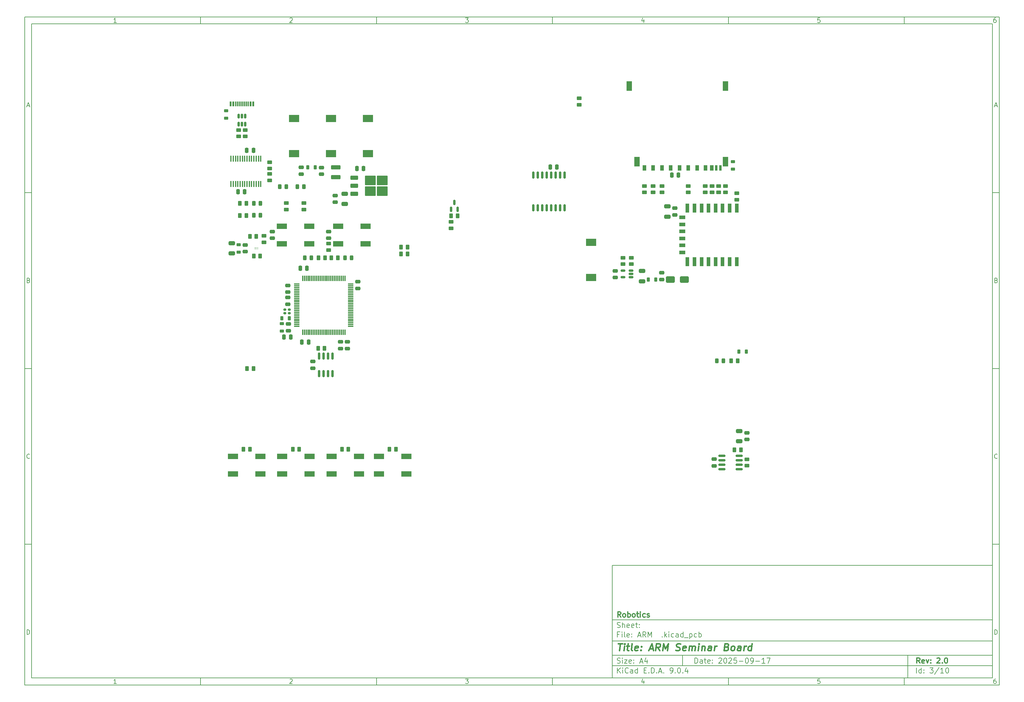
<source format=gtp>
G04 #@! TF.GenerationSoftware,KiCad,Pcbnew,9.0.4*
G04 #@! TF.CreationDate,2025-09-17T17:29:24+09:00*
G04 #@! TF.ProjectId,ARM ___ __,41524d20-38f8-4982-90f4-dc2e6b696361,2.0*
G04 #@! TF.SameCoordinates,Original*
G04 #@! TF.FileFunction,Paste,Top*
G04 #@! TF.FilePolarity,Positive*
%FSLAX46Y46*%
G04 Gerber Fmt 4.6, Leading zero omitted, Abs format (unit mm)*
G04 Created by KiCad (PCBNEW 9.0.4) date 2025-09-17 17:29:24*
%MOMM*%
%LPD*%
G01*
G04 APERTURE LIST*
G04 Aperture macros list*
%AMRoundRect*
0 Rectangle with rounded corners*
0 $1 Rounding radius*
0 $2 $3 $4 $5 $6 $7 $8 $9 X,Y pos of 4 corners*
0 Add a 4 corners polygon primitive as box body*
4,1,4,$2,$3,$4,$5,$6,$7,$8,$9,$2,$3,0*
0 Add four circle primitives for the rounded corners*
1,1,$1+$1,$2,$3*
1,1,$1+$1,$4,$5*
1,1,$1+$1,$6,$7*
1,1,$1+$1,$8,$9*
0 Add four rect primitives between the rounded corners*
20,1,$1+$1,$2,$3,$4,$5,0*
20,1,$1+$1,$4,$5,$6,$7,0*
20,1,$1+$1,$6,$7,$8,$9,0*
20,1,$1+$1,$8,$9,$2,$3,0*%
G04 Aperture macros list end*
%ADD10C,0.100000*%
%ADD11C,0.150000*%
%ADD12C,0.300000*%
%ADD13C,0.400000*%
%ADD14RoundRect,0.250000X-0.262500X-0.450000X0.262500X-0.450000X0.262500X0.450000X-0.262500X0.450000X0*%
%ADD15RoundRect,0.243750X-0.243750X-0.456250X0.243750X-0.456250X0.243750X0.456250X-0.243750X0.456250X0*%
%ADD16RoundRect,0.243750X0.243750X0.456250X-0.243750X0.456250X-0.243750X-0.456250X0.243750X-0.456250X0*%
%ADD17RoundRect,0.150000X0.512500X0.150000X-0.512500X0.150000X-0.512500X-0.150000X0.512500X-0.150000X0*%
%ADD18RoundRect,0.250000X0.262500X0.450000X-0.262500X0.450000X-0.262500X-0.450000X0.262500X-0.450000X0*%
%ADD19R,3.000000X2.000000*%
%ADD20R,3.000000X1.524000*%
%ADD21RoundRect,0.250000X0.475000X-0.250000X0.475000X0.250000X-0.475000X0.250000X-0.475000X-0.250000X0*%
%ADD22RoundRect,0.250000X-0.450000X0.262500X-0.450000X-0.262500X0.450000X-0.262500X0.450000X0.262500X0*%
%ADD23RoundRect,0.250000X-0.475000X0.250000X-0.475000X-0.250000X0.475000X-0.250000X0.475000X0.250000X0*%
%ADD24RoundRect,0.250000X-0.650000X0.325000X-0.650000X-0.325000X0.650000X-0.325000X0.650000X0.325000X0*%
%ADD25RoundRect,0.150000X0.150000X-0.587500X0.150000X0.587500X-0.150000X0.587500X-0.150000X-0.587500X0*%
%ADD26RoundRect,0.250000X-1.075000X0.375000X-1.075000X-0.375000X1.075000X-0.375000X1.075000X0.375000X0*%
%ADD27RoundRect,0.250000X0.250000X0.475000X-0.250000X0.475000X-0.250000X-0.475000X0.250000X-0.475000X0*%
%ADD28RoundRect,0.150000X0.150000X-0.825000X0.150000X0.825000X-0.150000X0.825000X-0.150000X-0.825000X0*%
%ADD29RoundRect,0.250000X0.650000X-0.325000X0.650000X0.325000X-0.650000X0.325000X-0.650000X-0.325000X0*%
%ADD30RoundRect,0.218750X-0.381250X0.218750X-0.381250X-0.218750X0.381250X-0.218750X0.381250X0.218750X0*%
%ADD31RoundRect,0.150000X-0.825000X-0.150000X0.825000X-0.150000X0.825000X0.150000X-0.825000X0.150000X0*%
%ADD32RoundRect,0.250000X-0.250000X-0.475000X0.250000X-0.475000X0.250000X0.475000X-0.250000X0.475000X0*%
%ADD33R,1.000000X2.500000*%
%ADD34R,1.800000X1.000000*%
%ADD35RoundRect,0.250000X-0.850000X-0.350000X0.850000X-0.350000X0.850000X0.350000X-0.850000X0.350000X0*%
%ADD36RoundRect,0.250000X-1.275000X-1.125000X1.275000X-1.125000X1.275000X1.125000X-1.275000X1.125000X0*%
%ADD37RoundRect,0.150000X-0.150000X0.512500X-0.150000X-0.512500X0.150000X-0.512500X0.150000X0.512500X0*%
%ADD38RoundRect,0.218750X-0.218750X-0.381250X0.218750X-0.381250X0.218750X0.381250X-0.218750X0.381250X0*%
%ADD39C,0.250000*%
%ADD40RoundRect,0.075000X-0.725000X-0.075000X0.725000X-0.075000X0.725000X0.075000X-0.725000X0.075000X0*%
%ADD41RoundRect,0.075000X-0.075000X-0.725000X0.075000X-0.725000X0.075000X0.725000X-0.075000X0.725000X0*%
%ADD42RoundRect,0.250000X0.450000X-0.262500X0.450000X0.262500X-0.450000X0.262500X-0.450000X-0.262500X0*%
%ADD43RoundRect,0.218750X0.218750X0.381250X-0.218750X0.381250X-0.218750X-0.381250X0.218750X-0.381250X0*%
%ADD44R,0.450000X1.750000*%
%ADD45RoundRect,0.175000X-0.225000X-0.175000X0.225000X-0.175000X0.225000X0.175000X-0.225000X0.175000X0*%
%ADD46RoundRect,0.250000X1.000000X0.650000X-1.000000X0.650000X-1.000000X-0.650000X1.000000X-0.650000X0*%
%ADD47RoundRect,0.150000X-0.150000X0.875000X-0.150000X-0.875000X0.150000X-0.875000X0.150000X0.875000X0*%
%ADD48RoundRect,0.218750X0.381250X-0.218750X0.381250X0.218750X-0.381250X0.218750X-0.381250X-0.218750X0*%
%ADD49R,0.600000X1.450000*%
%ADD50R,0.300000X1.450000*%
%ADD51R,1.000000X1.500000*%
%ADD52R,0.700000X1.500000*%
%ADD53R,1.500000X2.800000*%
G04 APERTURE END LIST*
D10*
D11*
X177002200Y-166007200D02*
X285002200Y-166007200D01*
X285002200Y-198007200D01*
X177002200Y-198007200D01*
X177002200Y-166007200D01*
D10*
D11*
X10000000Y-10000000D02*
X287002200Y-10000000D01*
X287002200Y-200007200D01*
X10000000Y-200007200D01*
X10000000Y-10000000D01*
D10*
D11*
X12000000Y-12000000D02*
X285002200Y-12000000D01*
X285002200Y-198007200D01*
X12000000Y-198007200D01*
X12000000Y-12000000D01*
D10*
D11*
X60000000Y-12000000D02*
X60000000Y-10000000D01*
D10*
D11*
X110000000Y-12000000D02*
X110000000Y-10000000D01*
D10*
D11*
X160000000Y-12000000D02*
X160000000Y-10000000D01*
D10*
D11*
X210000000Y-12000000D02*
X210000000Y-10000000D01*
D10*
D11*
X260000000Y-12000000D02*
X260000000Y-10000000D01*
D10*
D11*
X36089160Y-11593604D02*
X35346303Y-11593604D01*
X35717731Y-11593604D02*
X35717731Y-10293604D01*
X35717731Y-10293604D02*
X35593922Y-10479319D01*
X35593922Y-10479319D02*
X35470112Y-10603128D01*
X35470112Y-10603128D02*
X35346303Y-10665033D01*
D10*
D11*
X85346303Y-10417414D02*
X85408207Y-10355509D01*
X85408207Y-10355509D02*
X85532017Y-10293604D01*
X85532017Y-10293604D02*
X85841541Y-10293604D01*
X85841541Y-10293604D02*
X85965350Y-10355509D01*
X85965350Y-10355509D02*
X86027255Y-10417414D01*
X86027255Y-10417414D02*
X86089160Y-10541223D01*
X86089160Y-10541223D02*
X86089160Y-10665033D01*
X86089160Y-10665033D02*
X86027255Y-10850747D01*
X86027255Y-10850747D02*
X85284398Y-11593604D01*
X85284398Y-11593604D02*
X86089160Y-11593604D01*
D10*
D11*
X135284398Y-10293604D02*
X136089160Y-10293604D01*
X136089160Y-10293604D02*
X135655826Y-10788842D01*
X135655826Y-10788842D02*
X135841541Y-10788842D01*
X135841541Y-10788842D02*
X135965350Y-10850747D01*
X135965350Y-10850747D02*
X136027255Y-10912652D01*
X136027255Y-10912652D02*
X136089160Y-11036461D01*
X136089160Y-11036461D02*
X136089160Y-11345985D01*
X136089160Y-11345985D02*
X136027255Y-11469795D01*
X136027255Y-11469795D02*
X135965350Y-11531700D01*
X135965350Y-11531700D02*
X135841541Y-11593604D01*
X135841541Y-11593604D02*
X135470112Y-11593604D01*
X135470112Y-11593604D02*
X135346303Y-11531700D01*
X135346303Y-11531700D02*
X135284398Y-11469795D01*
D10*
D11*
X185965350Y-10726938D02*
X185965350Y-11593604D01*
X185655826Y-10231700D02*
X185346303Y-11160271D01*
X185346303Y-11160271D02*
X186151064Y-11160271D01*
D10*
D11*
X236027255Y-10293604D02*
X235408207Y-10293604D01*
X235408207Y-10293604D02*
X235346303Y-10912652D01*
X235346303Y-10912652D02*
X235408207Y-10850747D01*
X235408207Y-10850747D02*
X235532017Y-10788842D01*
X235532017Y-10788842D02*
X235841541Y-10788842D01*
X235841541Y-10788842D02*
X235965350Y-10850747D01*
X235965350Y-10850747D02*
X236027255Y-10912652D01*
X236027255Y-10912652D02*
X236089160Y-11036461D01*
X236089160Y-11036461D02*
X236089160Y-11345985D01*
X236089160Y-11345985D02*
X236027255Y-11469795D01*
X236027255Y-11469795D02*
X235965350Y-11531700D01*
X235965350Y-11531700D02*
X235841541Y-11593604D01*
X235841541Y-11593604D02*
X235532017Y-11593604D01*
X235532017Y-11593604D02*
X235408207Y-11531700D01*
X235408207Y-11531700D02*
X235346303Y-11469795D01*
D10*
D11*
X285965350Y-10293604D02*
X285717731Y-10293604D01*
X285717731Y-10293604D02*
X285593922Y-10355509D01*
X285593922Y-10355509D02*
X285532017Y-10417414D01*
X285532017Y-10417414D02*
X285408207Y-10603128D01*
X285408207Y-10603128D02*
X285346303Y-10850747D01*
X285346303Y-10850747D02*
X285346303Y-11345985D01*
X285346303Y-11345985D02*
X285408207Y-11469795D01*
X285408207Y-11469795D02*
X285470112Y-11531700D01*
X285470112Y-11531700D02*
X285593922Y-11593604D01*
X285593922Y-11593604D02*
X285841541Y-11593604D01*
X285841541Y-11593604D02*
X285965350Y-11531700D01*
X285965350Y-11531700D02*
X286027255Y-11469795D01*
X286027255Y-11469795D02*
X286089160Y-11345985D01*
X286089160Y-11345985D02*
X286089160Y-11036461D01*
X286089160Y-11036461D02*
X286027255Y-10912652D01*
X286027255Y-10912652D02*
X285965350Y-10850747D01*
X285965350Y-10850747D02*
X285841541Y-10788842D01*
X285841541Y-10788842D02*
X285593922Y-10788842D01*
X285593922Y-10788842D02*
X285470112Y-10850747D01*
X285470112Y-10850747D02*
X285408207Y-10912652D01*
X285408207Y-10912652D02*
X285346303Y-11036461D01*
D10*
D11*
X60000000Y-198007200D02*
X60000000Y-200007200D01*
D10*
D11*
X110000000Y-198007200D02*
X110000000Y-200007200D01*
D10*
D11*
X160000000Y-198007200D02*
X160000000Y-200007200D01*
D10*
D11*
X210000000Y-198007200D02*
X210000000Y-200007200D01*
D10*
D11*
X260000000Y-198007200D02*
X260000000Y-200007200D01*
D10*
D11*
X36089160Y-199600804D02*
X35346303Y-199600804D01*
X35717731Y-199600804D02*
X35717731Y-198300804D01*
X35717731Y-198300804D02*
X35593922Y-198486519D01*
X35593922Y-198486519D02*
X35470112Y-198610328D01*
X35470112Y-198610328D02*
X35346303Y-198672233D01*
D10*
D11*
X85346303Y-198424614D02*
X85408207Y-198362709D01*
X85408207Y-198362709D02*
X85532017Y-198300804D01*
X85532017Y-198300804D02*
X85841541Y-198300804D01*
X85841541Y-198300804D02*
X85965350Y-198362709D01*
X85965350Y-198362709D02*
X86027255Y-198424614D01*
X86027255Y-198424614D02*
X86089160Y-198548423D01*
X86089160Y-198548423D02*
X86089160Y-198672233D01*
X86089160Y-198672233D02*
X86027255Y-198857947D01*
X86027255Y-198857947D02*
X85284398Y-199600804D01*
X85284398Y-199600804D02*
X86089160Y-199600804D01*
D10*
D11*
X135284398Y-198300804D02*
X136089160Y-198300804D01*
X136089160Y-198300804D02*
X135655826Y-198796042D01*
X135655826Y-198796042D02*
X135841541Y-198796042D01*
X135841541Y-198796042D02*
X135965350Y-198857947D01*
X135965350Y-198857947D02*
X136027255Y-198919852D01*
X136027255Y-198919852D02*
X136089160Y-199043661D01*
X136089160Y-199043661D02*
X136089160Y-199353185D01*
X136089160Y-199353185D02*
X136027255Y-199476995D01*
X136027255Y-199476995D02*
X135965350Y-199538900D01*
X135965350Y-199538900D02*
X135841541Y-199600804D01*
X135841541Y-199600804D02*
X135470112Y-199600804D01*
X135470112Y-199600804D02*
X135346303Y-199538900D01*
X135346303Y-199538900D02*
X135284398Y-199476995D01*
D10*
D11*
X185965350Y-198734138D02*
X185965350Y-199600804D01*
X185655826Y-198238900D02*
X185346303Y-199167471D01*
X185346303Y-199167471D02*
X186151064Y-199167471D01*
D10*
D11*
X236027255Y-198300804D02*
X235408207Y-198300804D01*
X235408207Y-198300804D02*
X235346303Y-198919852D01*
X235346303Y-198919852D02*
X235408207Y-198857947D01*
X235408207Y-198857947D02*
X235532017Y-198796042D01*
X235532017Y-198796042D02*
X235841541Y-198796042D01*
X235841541Y-198796042D02*
X235965350Y-198857947D01*
X235965350Y-198857947D02*
X236027255Y-198919852D01*
X236027255Y-198919852D02*
X236089160Y-199043661D01*
X236089160Y-199043661D02*
X236089160Y-199353185D01*
X236089160Y-199353185D02*
X236027255Y-199476995D01*
X236027255Y-199476995D02*
X235965350Y-199538900D01*
X235965350Y-199538900D02*
X235841541Y-199600804D01*
X235841541Y-199600804D02*
X235532017Y-199600804D01*
X235532017Y-199600804D02*
X235408207Y-199538900D01*
X235408207Y-199538900D02*
X235346303Y-199476995D01*
D10*
D11*
X285965350Y-198300804D02*
X285717731Y-198300804D01*
X285717731Y-198300804D02*
X285593922Y-198362709D01*
X285593922Y-198362709D02*
X285532017Y-198424614D01*
X285532017Y-198424614D02*
X285408207Y-198610328D01*
X285408207Y-198610328D02*
X285346303Y-198857947D01*
X285346303Y-198857947D02*
X285346303Y-199353185D01*
X285346303Y-199353185D02*
X285408207Y-199476995D01*
X285408207Y-199476995D02*
X285470112Y-199538900D01*
X285470112Y-199538900D02*
X285593922Y-199600804D01*
X285593922Y-199600804D02*
X285841541Y-199600804D01*
X285841541Y-199600804D02*
X285965350Y-199538900D01*
X285965350Y-199538900D02*
X286027255Y-199476995D01*
X286027255Y-199476995D02*
X286089160Y-199353185D01*
X286089160Y-199353185D02*
X286089160Y-199043661D01*
X286089160Y-199043661D02*
X286027255Y-198919852D01*
X286027255Y-198919852D02*
X285965350Y-198857947D01*
X285965350Y-198857947D02*
X285841541Y-198796042D01*
X285841541Y-198796042D02*
X285593922Y-198796042D01*
X285593922Y-198796042D02*
X285470112Y-198857947D01*
X285470112Y-198857947D02*
X285408207Y-198919852D01*
X285408207Y-198919852D02*
X285346303Y-199043661D01*
D10*
D11*
X10000000Y-60000000D02*
X12000000Y-60000000D01*
D10*
D11*
X10000000Y-110000000D02*
X12000000Y-110000000D01*
D10*
D11*
X10000000Y-160000000D02*
X12000000Y-160000000D01*
D10*
D11*
X10690476Y-35222176D02*
X11309523Y-35222176D01*
X10566666Y-35593604D02*
X10999999Y-34293604D01*
X10999999Y-34293604D02*
X11433333Y-35593604D01*
D10*
D11*
X11092857Y-84912652D02*
X11278571Y-84974557D01*
X11278571Y-84974557D02*
X11340476Y-85036461D01*
X11340476Y-85036461D02*
X11402380Y-85160271D01*
X11402380Y-85160271D02*
X11402380Y-85345985D01*
X11402380Y-85345985D02*
X11340476Y-85469795D01*
X11340476Y-85469795D02*
X11278571Y-85531700D01*
X11278571Y-85531700D02*
X11154761Y-85593604D01*
X11154761Y-85593604D02*
X10659523Y-85593604D01*
X10659523Y-85593604D02*
X10659523Y-84293604D01*
X10659523Y-84293604D02*
X11092857Y-84293604D01*
X11092857Y-84293604D02*
X11216666Y-84355509D01*
X11216666Y-84355509D02*
X11278571Y-84417414D01*
X11278571Y-84417414D02*
X11340476Y-84541223D01*
X11340476Y-84541223D02*
X11340476Y-84665033D01*
X11340476Y-84665033D02*
X11278571Y-84788842D01*
X11278571Y-84788842D02*
X11216666Y-84850747D01*
X11216666Y-84850747D02*
X11092857Y-84912652D01*
X11092857Y-84912652D02*
X10659523Y-84912652D01*
D10*
D11*
X11402380Y-135469795D02*
X11340476Y-135531700D01*
X11340476Y-135531700D02*
X11154761Y-135593604D01*
X11154761Y-135593604D02*
X11030952Y-135593604D01*
X11030952Y-135593604D02*
X10845238Y-135531700D01*
X10845238Y-135531700D02*
X10721428Y-135407890D01*
X10721428Y-135407890D02*
X10659523Y-135284080D01*
X10659523Y-135284080D02*
X10597619Y-135036461D01*
X10597619Y-135036461D02*
X10597619Y-134850747D01*
X10597619Y-134850747D02*
X10659523Y-134603128D01*
X10659523Y-134603128D02*
X10721428Y-134479319D01*
X10721428Y-134479319D02*
X10845238Y-134355509D01*
X10845238Y-134355509D02*
X11030952Y-134293604D01*
X11030952Y-134293604D02*
X11154761Y-134293604D01*
X11154761Y-134293604D02*
X11340476Y-134355509D01*
X11340476Y-134355509D02*
X11402380Y-134417414D01*
D10*
D11*
X10659523Y-185593604D02*
X10659523Y-184293604D01*
X10659523Y-184293604D02*
X10969047Y-184293604D01*
X10969047Y-184293604D02*
X11154761Y-184355509D01*
X11154761Y-184355509D02*
X11278571Y-184479319D01*
X11278571Y-184479319D02*
X11340476Y-184603128D01*
X11340476Y-184603128D02*
X11402380Y-184850747D01*
X11402380Y-184850747D02*
X11402380Y-185036461D01*
X11402380Y-185036461D02*
X11340476Y-185284080D01*
X11340476Y-185284080D02*
X11278571Y-185407890D01*
X11278571Y-185407890D02*
X11154761Y-185531700D01*
X11154761Y-185531700D02*
X10969047Y-185593604D01*
X10969047Y-185593604D02*
X10659523Y-185593604D01*
D10*
D11*
X287002200Y-60000000D02*
X285002200Y-60000000D01*
D10*
D11*
X287002200Y-110000000D02*
X285002200Y-110000000D01*
D10*
D11*
X287002200Y-160000000D02*
X285002200Y-160000000D01*
D10*
D11*
X285692676Y-35222176D02*
X286311723Y-35222176D01*
X285568866Y-35593604D02*
X286002199Y-34293604D01*
X286002199Y-34293604D02*
X286435533Y-35593604D01*
D10*
D11*
X286095057Y-84912652D02*
X286280771Y-84974557D01*
X286280771Y-84974557D02*
X286342676Y-85036461D01*
X286342676Y-85036461D02*
X286404580Y-85160271D01*
X286404580Y-85160271D02*
X286404580Y-85345985D01*
X286404580Y-85345985D02*
X286342676Y-85469795D01*
X286342676Y-85469795D02*
X286280771Y-85531700D01*
X286280771Y-85531700D02*
X286156961Y-85593604D01*
X286156961Y-85593604D02*
X285661723Y-85593604D01*
X285661723Y-85593604D02*
X285661723Y-84293604D01*
X285661723Y-84293604D02*
X286095057Y-84293604D01*
X286095057Y-84293604D02*
X286218866Y-84355509D01*
X286218866Y-84355509D02*
X286280771Y-84417414D01*
X286280771Y-84417414D02*
X286342676Y-84541223D01*
X286342676Y-84541223D02*
X286342676Y-84665033D01*
X286342676Y-84665033D02*
X286280771Y-84788842D01*
X286280771Y-84788842D02*
X286218866Y-84850747D01*
X286218866Y-84850747D02*
X286095057Y-84912652D01*
X286095057Y-84912652D02*
X285661723Y-84912652D01*
D10*
D11*
X286404580Y-135469795D02*
X286342676Y-135531700D01*
X286342676Y-135531700D02*
X286156961Y-135593604D01*
X286156961Y-135593604D02*
X286033152Y-135593604D01*
X286033152Y-135593604D02*
X285847438Y-135531700D01*
X285847438Y-135531700D02*
X285723628Y-135407890D01*
X285723628Y-135407890D02*
X285661723Y-135284080D01*
X285661723Y-135284080D02*
X285599819Y-135036461D01*
X285599819Y-135036461D02*
X285599819Y-134850747D01*
X285599819Y-134850747D02*
X285661723Y-134603128D01*
X285661723Y-134603128D02*
X285723628Y-134479319D01*
X285723628Y-134479319D02*
X285847438Y-134355509D01*
X285847438Y-134355509D02*
X286033152Y-134293604D01*
X286033152Y-134293604D02*
X286156961Y-134293604D01*
X286156961Y-134293604D02*
X286342676Y-134355509D01*
X286342676Y-134355509D02*
X286404580Y-134417414D01*
D10*
D11*
X285661723Y-185593604D02*
X285661723Y-184293604D01*
X285661723Y-184293604D02*
X285971247Y-184293604D01*
X285971247Y-184293604D02*
X286156961Y-184355509D01*
X286156961Y-184355509D02*
X286280771Y-184479319D01*
X286280771Y-184479319D02*
X286342676Y-184603128D01*
X286342676Y-184603128D02*
X286404580Y-184850747D01*
X286404580Y-184850747D02*
X286404580Y-185036461D01*
X286404580Y-185036461D02*
X286342676Y-185284080D01*
X286342676Y-185284080D02*
X286280771Y-185407890D01*
X286280771Y-185407890D02*
X286156961Y-185531700D01*
X286156961Y-185531700D02*
X285971247Y-185593604D01*
X285971247Y-185593604D02*
X285661723Y-185593604D01*
D10*
D11*
X200458026Y-193793328D02*
X200458026Y-192293328D01*
X200458026Y-192293328D02*
X200815169Y-192293328D01*
X200815169Y-192293328D02*
X201029455Y-192364757D01*
X201029455Y-192364757D02*
X201172312Y-192507614D01*
X201172312Y-192507614D02*
X201243741Y-192650471D01*
X201243741Y-192650471D02*
X201315169Y-192936185D01*
X201315169Y-192936185D02*
X201315169Y-193150471D01*
X201315169Y-193150471D02*
X201243741Y-193436185D01*
X201243741Y-193436185D02*
X201172312Y-193579042D01*
X201172312Y-193579042D02*
X201029455Y-193721900D01*
X201029455Y-193721900D02*
X200815169Y-193793328D01*
X200815169Y-193793328D02*
X200458026Y-193793328D01*
X202600884Y-193793328D02*
X202600884Y-193007614D01*
X202600884Y-193007614D02*
X202529455Y-192864757D01*
X202529455Y-192864757D02*
X202386598Y-192793328D01*
X202386598Y-192793328D02*
X202100884Y-192793328D01*
X202100884Y-192793328D02*
X201958026Y-192864757D01*
X202600884Y-193721900D02*
X202458026Y-193793328D01*
X202458026Y-193793328D02*
X202100884Y-193793328D01*
X202100884Y-193793328D02*
X201958026Y-193721900D01*
X201958026Y-193721900D02*
X201886598Y-193579042D01*
X201886598Y-193579042D02*
X201886598Y-193436185D01*
X201886598Y-193436185D02*
X201958026Y-193293328D01*
X201958026Y-193293328D02*
X202100884Y-193221900D01*
X202100884Y-193221900D02*
X202458026Y-193221900D01*
X202458026Y-193221900D02*
X202600884Y-193150471D01*
X203100884Y-192793328D02*
X203672312Y-192793328D01*
X203315169Y-192293328D02*
X203315169Y-193579042D01*
X203315169Y-193579042D02*
X203386598Y-193721900D01*
X203386598Y-193721900D02*
X203529455Y-193793328D01*
X203529455Y-193793328D02*
X203672312Y-193793328D01*
X204743741Y-193721900D02*
X204600884Y-193793328D01*
X204600884Y-193793328D02*
X204315170Y-193793328D01*
X204315170Y-193793328D02*
X204172312Y-193721900D01*
X204172312Y-193721900D02*
X204100884Y-193579042D01*
X204100884Y-193579042D02*
X204100884Y-193007614D01*
X204100884Y-193007614D02*
X204172312Y-192864757D01*
X204172312Y-192864757D02*
X204315170Y-192793328D01*
X204315170Y-192793328D02*
X204600884Y-192793328D01*
X204600884Y-192793328D02*
X204743741Y-192864757D01*
X204743741Y-192864757D02*
X204815170Y-193007614D01*
X204815170Y-193007614D02*
X204815170Y-193150471D01*
X204815170Y-193150471D02*
X204100884Y-193293328D01*
X205458026Y-193650471D02*
X205529455Y-193721900D01*
X205529455Y-193721900D02*
X205458026Y-193793328D01*
X205458026Y-193793328D02*
X205386598Y-193721900D01*
X205386598Y-193721900D02*
X205458026Y-193650471D01*
X205458026Y-193650471D02*
X205458026Y-193793328D01*
X205458026Y-192864757D02*
X205529455Y-192936185D01*
X205529455Y-192936185D02*
X205458026Y-193007614D01*
X205458026Y-193007614D02*
X205386598Y-192936185D01*
X205386598Y-192936185D02*
X205458026Y-192864757D01*
X205458026Y-192864757D02*
X205458026Y-193007614D01*
X207243741Y-192436185D02*
X207315169Y-192364757D01*
X207315169Y-192364757D02*
X207458027Y-192293328D01*
X207458027Y-192293328D02*
X207815169Y-192293328D01*
X207815169Y-192293328D02*
X207958027Y-192364757D01*
X207958027Y-192364757D02*
X208029455Y-192436185D01*
X208029455Y-192436185D02*
X208100884Y-192579042D01*
X208100884Y-192579042D02*
X208100884Y-192721900D01*
X208100884Y-192721900D02*
X208029455Y-192936185D01*
X208029455Y-192936185D02*
X207172312Y-193793328D01*
X207172312Y-193793328D02*
X208100884Y-193793328D01*
X209029455Y-192293328D02*
X209172312Y-192293328D01*
X209172312Y-192293328D02*
X209315169Y-192364757D01*
X209315169Y-192364757D02*
X209386598Y-192436185D01*
X209386598Y-192436185D02*
X209458026Y-192579042D01*
X209458026Y-192579042D02*
X209529455Y-192864757D01*
X209529455Y-192864757D02*
X209529455Y-193221900D01*
X209529455Y-193221900D02*
X209458026Y-193507614D01*
X209458026Y-193507614D02*
X209386598Y-193650471D01*
X209386598Y-193650471D02*
X209315169Y-193721900D01*
X209315169Y-193721900D02*
X209172312Y-193793328D01*
X209172312Y-193793328D02*
X209029455Y-193793328D01*
X209029455Y-193793328D02*
X208886598Y-193721900D01*
X208886598Y-193721900D02*
X208815169Y-193650471D01*
X208815169Y-193650471D02*
X208743740Y-193507614D01*
X208743740Y-193507614D02*
X208672312Y-193221900D01*
X208672312Y-193221900D02*
X208672312Y-192864757D01*
X208672312Y-192864757D02*
X208743740Y-192579042D01*
X208743740Y-192579042D02*
X208815169Y-192436185D01*
X208815169Y-192436185D02*
X208886598Y-192364757D01*
X208886598Y-192364757D02*
X209029455Y-192293328D01*
X210100883Y-192436185D02*
X210172311Y-192364757D01*
X210172311Y-192364757D02*
X210315169Y-192293328D01*
X210315169Y-192293328D02*
X210672311Y-192293328D01*
X210672311Y-192293328D02*
X210815169Y-192364757D01*
X210815169Y-192364757D02*
X210886597Y-192436185D01*
X210886597Y-192436185D02*
X210958026Y-192579042D01*
X210958026Y-192579042D02*
X210958026Y-192721900D01*
X210958026Y-192721900D02*
X210886597Y-192936185D01*
X210886597Y-192936185D02*
X210029454Y-193793328D01*
X210029454Y-193793328D02*
X210958026Y-193793328D01*
X212315168Y-192293328D02*
X211600882Y-192293328D01*
X211600882Y-192293328D02*
X211529454Y-193007614D01*
X211529454Y-193007614D02*
X211600882Y-192936185D01*
X211600882Y-192936185D02*
X211743740Y-192864757D01*
X211743740Y-192864757D02*
X212100882Y-192864757D01*
X212100882Y-192864757D02*
X212243740Y-192936185D01*
X212243740Y-192936185D02*
X212315168Y-193007614D01*
X212315168Y-193007614D02*
X212386597Y-193150471D01*
X212386597Y-193150471D02*
X212386597Y-193507614D01*
X212386597Y-193507614D02*
X212315168Y-193650471D01*
X212315168Y-193650471D02*
X212243740Y-193721900D01*
X212243740Y-193721900D02*
X212100882Y-193793328D01*
X212100882Y-193793328D02*
X211743740Y-193793328D01*
X211743740Y-193793328D02*
X211600882Y-193721900D01*
X211600882Y-193721900D02*
X211529454Y-193650471D01*
X213029453Y-193221900D02*
X214172311Y-193221900D01*
X215172311Y-192293328D02*
X215315168Y-192293328D01*
X215315168Y-192293328D02*
X215458025Y-192364757D01*
X215458025Y-192364757D02*
X215529454Y-192436185D01*
X215529454Y-192436185D02*
X215600882Y-192579042D01*
X215600882Y-192579042D02*
X215672311Y-192864757D01*
X215672311Y-192864757D02*
X215672311Y-193221900D01*
X215672311Y-193221900D02*
X215600882Y-193507614D01*
X215600882Y-193507614D02*
X215529454Y-193650471D01*
X215529454Y-193650471D02*
X215458025Y-193721900D01*
X215458025Y-193721900D02*
X215315168Y-193793328D01*
X215315168Y-193793328D02*
X215172311Y-193793328D01*
X215172311Y-193793328D02*
X215029454Y-193721900D01*
X215029454Y-193721900D02*
X214958025Y-193650471D01*
X214958025Y-193650471D02*
X214886596Y-193507614D01*
X214886596Y-193507614D02*
X214815168Y-193221900D01*
X214815168Y-193221900D02*
X214815168Y-192864757D01*
X214815168Y-192864757D02*
X214886596Y-192579042D01*
X214886596Y-192579042D02*
X214958025Y-192436185D01*
X214958025Y-192436185D02*
X215029454Y-192364757D01*
X215029454Y-192364757D02*
X215172311Y-192293328D01*
X216386596Y-193793328D02*
X216672310Y-193793328D01*
X216672310Y-193793328D02*
X216815167Y-193721900D01*
X216815167Y-193721900D02*
X216886596Y-193650471D01*
X216886596Y-193650471D02*
X217029453Y-193436185D01*
X217029453Y-193436185D02*
X217100882Y-193150471D01*
X217100882Y-193150471D02*
X217100882Y-192579042D01*
X217100882Y-192579042D02*
X217029453Y-192436185D01*
X217029453Y-192436185D02*
X216958025Y-192364757D01*
X216958025Y-192364757D02*
X216815167Y-192293328D01*
X216815167Y-192293328D02*
X216529453Y-192293328D01*
X216529453Y-192293328D02*
X216386596Y-192364757D01*
X216386596Y-192364757D02*
X216315167Y-192436185D01*
X216315167Y-192436185D02*
X216243739Y-192579042D01*
X216243739Y-192579042D02*
X216243739Y-192936185D01*
X216243739Y-192936185D02*
X216315167Y-193079042D01*
X216315167Y-193079042D02*
X216386596Y-193150471D01*
X216386596Y-193150471D02*
X216529453Y-193221900D01*
X216529453Y-193221900D02*
X216815167Y-193221900D01*
X216815167Y-193221900D02*
X216958025Y-193150471D01*
X216958025Y-193150471D02*
X217029453Y-193079042D01*
X217029453Y-193079042D02*
X217100882Y-192936185D01*
X217743738Y-193221900D02*
X218886596Y-193221900D01*
X220386596Y-193793328D02*
X219529453Y-193793328D01*
X219958024Y-193793328D02*
X219958024Y-192293328D01*
X219958024Y-192293328D02*
X219815167Y-192507614D01*
X219815167Y-192507614D02*
X219672310Y-192650471D01*
X219672310Y-192650471D02*
X219529453Y-192721900D01*
X220886595Y-192293328D02*
X221886595Y-192293328D01*
X221886595Y-192293328D02*
X221243738Y-193793328D01*
D10*
D11*
X177002200Y-194507200D02*
X285002200Y-194507200D01*
D10*
D11*
X178458026Y-196593328D02*
X178458026Y-195093328D01*
X179315169Y-196593328D02*
X178672312Y-195736185D01*
X179315169Y-195093328D02*
X178458026Y-195950471D01*
X179958026Y-196593328D02*
X179958026Y-195593328D01*
X179958026Y-195093328D02*
X179886598Y-195164757D01*
X179886598Y-195164757D02*
X179958026Y-195236185D01*
X179958026Y-195236185D02*
X180029455Y-195164757D01*
X180029455Y-195164757D02*
X179958026Y-195093328D01*
X179958026Y-195093328D02*
X179958026Y-195236185D01*
X181529455Y-196450471D02*
X181458027Y-196521900D01*
X181458027Y-196521900D02*
X181243741Y-196593328D01*
X181243741Y-196593328D02*
X181100884Y-196593328D01*
X181100884Y-196593328D02*
X180886598Y-196521900D01*
X180886598Y-196521900D02*
X180743741Y-196379042D01*
X180743741Y-196379042D02*
X180672312Y-196236185D01*
X180672312Y-196236185D02*
X180600884Y-195950471D01*
X180600884Y-195950471D02*
X180600884Y-195736185D01*
X180600884Y-195736185D02*
X180672312Y-195450471D01*
X180672312Y-195450471D02*
X180743741Y-195307614D01*
X180743741Y-195307614D02*
X180886598Y-195164757D01*
X180886598Y-195164757D02*
X181100884Y-195093328D01*
X181100884Y-195093328D02*
X181243741Y-195093328D01*
X181243741Y-195093328D02*
X181458027Y-195164757D01*
X181458027Y-195164757D02*
X181529455Y-195236185D01*
X182815170Y-196593328D02*
X182815170Y-195807614D01*
X182815170Y-195807614D02*
X182743741Y-195664757D01*
X182743741Y-195664757D02*
X182600884Y-195593328D01*
X182600884Y-195593328D02*
X182315170Y-195593328D01*
X182315170Y-195593328D02*
X182172312Y-195664757D01*
X182815170Y-196521900D02*
X182672312Y-196593328D01*
X182672312Y-196593328D02*
X182315170Y-196593328D01*
X182315170Y-196593328D02*
X182172312Y-196521900D01*
X182172312Y-196521900D02*
X182100884Y-196379042D01*
X182100884Y-196379042D02*
X182100884Y-196236185D01*
X182100884Y-196236185D02*
X182172312Y-196093328D01*
X182172312Y-196093328D02*
X182315170Y-196021900D01*
X182315170Y-196021900D02*
X182672312Y-196021900D01*
X182672312Y-196021900D02*
X182815170Y-195950471D01*
X184172313Y-196593328D02*
X184172313Y-195093328D01*
X184172313Y-196521900D02*
X184029455Y-196593328D01*
X184029455Y-196593328D02*
X183743741Y-196593328D01*
X183743741Y-196593328D02*
X183600884Y-196521900D01*
X183600884Y-196521900D02*
X183529455Y-196450471D01*
X183529455Y-196450471D02*
X183458027Y-196307614D01*
X183458027Y-196307614D02*
X183458027Y-195879042D01*
X183458027Y-195879042D02*
X183529455Y-195736185D01*
X183529455Y-195736185D02*
X183600884Y-195664757D01*
X183600884Y-195664757D02*
X183743741Y-195593328D01*
X183743741Y-195593328D02*
X184029455Y-195593328D01*
X184029455Y-195593328D02*
X184172313Y-195664757D01*
X186029455Y-195807614D02*
X186529455Y-195807614D01*
X186743741Y-196593328D02*
X186029455Y-196593328D01*
X186029455Y-196593328D02*
X186029455Y-195093328D01*
X186029455Y-195093328D02*
X186743741Y-195093328D01*
X187386598Y-196450471D02*
X187458027Y-196521900D01*
X187458027Y-196521900D02*
X187386598Y-196593328D01*
X187386598Y-196593328D02*
X187315170Y-196521900D01*
X187315170Y-196521900D02*
X187386598Y-196450471D01*
X187386598Y-196450471D02*
X187386598Y-196593328D01*
X188100884Y-196593328D02*
X188100884Y-195093328D01*
X188100884Y-195093328D02*
X188458027Y-195093328D01*
X188458027Y-195093328D02*
X188672313Y-195164757D01*
X188672313Y-195164757D02*
X188815170Y-195307614D01*
X188815170Y-195307614D02*
X188886599Y-195450471D01*
X188886599Y-195450471D02*
X188958027Y-195736185D01*
X188958027Y-195736185D02*
X188958027Y-195950471D01*
X188958027Y-195950471D02*
X188886599Y-196236185D01*
X188886599Y-196236185D02*
X188815170Y-196379042D01*
X188815170Y-196379042D02*
X188672313Y-196521900D01*
X188672313Y-196521900D02*
X188458027Y-196593328D01*
X188458027Y-196593328D02*
X188100884Y-196593328D01*
X189600884Y-196450471D02*
X189672313Y-196521900D01*
X189672313Y-196521900D02*
X189600884Y-196593328D01*
X189600884Y-196593328D02*
X189529456Y-196521900D01*
X189529456Y-196521900D02*
X189600884Y-196450471D01*
X189600884Y-196450471D02*
X189600884Y-196593328D01*
X190243742Y-196164757D02*
X190958028Y-196164757D01*
X190100885Y-196593328D02*
X190600885Y-195093328D01*
X190600885Y-195093328D02*
X191100885Y-196593328D01*
X191600884Y-196450471D02*
X191672313Y-196521900D01*
X191672313Y-196521900D02*
X191600884Y-196593328D01*
X191600884Y-196593328D02*
X191529456Y-196521900D01*
X191529456Y-196521900D02*
X191600884Y-196450471D01*
X191600884Y-196450471D02*
X191600884Y-196593328D01*
X193529456Y-196593328D02*
X193815170Y-196593328D01*
X193815170Y-196593328D02*
X193958027Y-196521900D01*
X193958027Y-196521900D02*
X194029456Y-196450471D01*
X194029456Y-196450471D02*
X194172313Y-196236185D01*
X194172313Y-196236185D02*
X194243742Y-195950471D01*
X194243742Y-195950471D02*
X194243742Y-195379042D01*
X194243742Y-195379042D02*
X194172313Y-195236185D01*
X194172313Y-195236185D02*
X194100885Y-195164757D01*
X194100885Y-195164757D02*
X193958027Y-195093328D01*
X193958027Y-195093328D02*
X193672313Y-195093328D01*
X193672313Y-195093328D02*
X193529456Y-195164757D01*
X193529456Y-195164757D02*
X193458027Y-195236185D01*
X193458027Y-195236185D02*
X193386599Y-195379042D01*
X193386599Y-195379042D02*
X193386599Y-195736185D01*
X193386599Y-195736185D02*
X193458027Y-195879042D01*
X193458027Y-195879042D02*
X193529456Y-195950471D01*
X193529456Y-195950471D02*
X193672313Y-196021900D01*
X193672313Y-196021900D02*
X193958027Y-196021900D01*
X193958027Y-196021900D02*
X194100885Y-195950471D01*
X194100885Y-195950471D02*
X194172313Y-195879042D01*
X194172313Y-195879042D02*
X194243742Y-195736185D01*
X194886598Y-196450471D02*
X194958027Y-196521900D01*
X194958027Y-196521900D02*
X194886598Y-196593328D01*
X194886598Y-196593328D02*
X194815170Y-196521900D01*
X194815170Y-196521900D02*
X194886598Y-196450471D01*
X194886598Y-196450471D02*
X194886598Y-196593328D01*
X195886599Y-195093328D02*
X196029456Y-195093328D01*
X196029456Y-195093328D02*
X196172313Y-195164757D01*
X196172313Y-195164757D02*
X196243742Y-195236185D01*
X196243742Y-195236185D02*
X196315170Y-195379042D01*
X196315170Y-195379042D02*
X196386599Y-195664757D01*
X196386599Y-195664757D02*
X196386599Y-196021900D01*
X196386599Y-196021900D02*
X196315170Y-196307614D01*
X196315170Y-196307614D02*
X196243742Y-196450471D01*
X196243742Y-196450471D02*
X196172313Y-196521900D01*
X196172313Y-196521900D02*
X196029456Y-196593328D01*
X196029456Y-196593328D02*
X195886599Y-196593328D01*
X195886599Y-196593328D02*
X195743742Y-196521900D01*
X195743742Y-196521900D02*
X195672313Y-196450471D01*
X195672313Y-196450471D02*
X195600884Y-196307614D01*
X195600884Y-196307614D02*
X195529456Y-196021900D01*
X195529456Y-196021900D02*
X195529456Y-195664757D01*
X195529456Y-195664757D02*
X195600884Y-195379042D01*
X195600884Y-195379042D02*
X195672313Y-195236185D01*
X195672313Y-195236185D02*
X195743742Y-195164757D01*
X195743742Y-195164757D02*
X195886599Y-195093328D01*
X197029455Y-196450471D02*
X197100884Y-196521900D01*
X197100884Y-196521900D02*
X197029455Y-196593328D01*
X197029455Y-196593328D02*
X196958027Y-196521900D01*
X196958027Y-196521900D02*
X197029455Y-196450471D01*
X197029455Y-196450471D02*
X197029455Y-196593328D01*
X198386599Y-195593328D02*
X198386599Y-196593328D01*
X198029456Y-195021900D02*
X197672313Y-196093328D01*
X197672313Y-196093328D02*
X198600884Y-196093328D01*
D10*
D11*
X177002200Y-191507200D02*
X285002200Y-191507200D01*
D10*
D12*
X264413853Y-193785528D02*
X263913853Y-193071242D01*
X263556710Y-193785528D02*
X263556710Y-192285528D01*
X263556710Y-192285528D02*
X264128139Y-192285528D01*
X264128139Y-192285528D02*
X264270996Y-192356957D01*
X264270996Y-192356957D02*
X264342425Y-192428385D01*
X264342425Y-192428385D02*
X264413853Y-192571242D01*
X264413853Y-192571242D02*
X264413853Y-192785528D01*
X264413853Y-192785528D02*
X264342425Y-192928385D01*
X264342425Y-192928385D02*
X264270996Y-192999814D01*
X264270996Y-192999814D02*
X264128139Y-193071242D01*
X264128139Y-193071242D02*
X263556710Y-193071242D01*
X265628139Y-193714100D02*
X265485282Y-193785528D01*
X265485282Y-193785528D02*
X265199568Y-193785528D01*
X265199568Y-193785528D02*
X265056710Y-193714100D01*
X265056710Y-193714100D02*
X264985282Y-193571242D01*
X264985282Y-193571242D02*
X264985282Y-192999814D01*
X264985282Y-192999814D02*
X265056710Y-192856957D01*
X265056710Y-192856957D02*
X265199568Y-192785528D01*
X265199568Y-192785528D02*
X265485282Y-192785528D01*
X265485282Y-192785528D02*
X265628139Y-192856957D01*
X265628139Y-192856957D02*
X265699568Y-192999814D01*
X265699568Y-192999814D02*
X265699568Y-193142671D01*
X265699568Y-193142671D02*
X264985282Y-193285528D01*
X266199567Y-192785528D02*
X266556710Y-193785528D01*
X266556710Y-193785528D02*
X266913853Y-192785528D01*
X267485281Y-193642671D02*
X267556710Y-193714100D01*
X267556710Y-193714100D02*
X267485281Y-193785528D01*
X267485281Y-193785528D02*
X267413853Y-193714100D01*
X267413853Y-193714100D02*
X267485281Y-193642671D01*
X267485281Y-193642671D02*
X267485281Y-193785528D01*
X267485281Y-192856957D02*
X267556710Y-192928385D01*
X267556710Y-192928385D02*
X267485281Y-192999814D01*
X267485281Y-192999814D02*
X267413853Y-192928385D01*
X267413853Y-192928385D02*
X267485281Y-192856957D01*
X267485281Y-192856957D02*
X267485281Y-192999814D01*
X269270996Y-192428385D02*
X269342424Y-192356957D01*
X269342424Y-192356957D02*
X269485282Y-192285528D01*
X269485282Y-192285528D02*
X269842424Y-192285528D01*
X269842424Y-192285528D02*
X269985282Y-192356957D01*
X269985282Y-192356957D02*
X270056710Y-192428385D01*
X270056710Y-192428385D02*
X270128139Y-192571242D01*
X270128139Y-192571242D02*
X270128139Y-192714100D01*
X270128139Y-192714100D02*
X270056710Y-192928385D01*
X270056710Y-192928385D02*
X269199567Y-193785528D01*
X269199567Y-193785528D02*
X270128139Y-193785528D01*
X270770995Y-193642671D02*
X270842424Y-193714100D01*
X270842424Y-193714100D02*
X270770995Y-193785528D01*
X270770995Y-193785528D02*
X270699567Y-193714100D01*
X270699567Y-193714100D02*
X270770995Y-193642671D01*
X270770995Y-193642671D02*
X270770995Y-193785528D01*
X271770996Y-192285528D02*
X271913853Y-192285528D01*
X271913853Y-192285528D02*
X272056710Y-192356957D01*
X272056710Y-192356957D02*
X272128139Y-192428385D01*
X272128139Y-192428385D02*
X272199567Y-192571242D01*
X272199567Y-192571242D02*
X272270996Y-192856957D01*
X272270996Y-192856957D02*
X272270996Y-193214100D01*
X272270996Y-193214100D02*
X272199567Y-193499814D01*
X272199567Y-193499814D02*
X272128139Y-193642671D01*
X272128139Y-193642671D02*
X272056710Y-193714100D01*
X272056710Y-193714100D02*
X271913853Y-193785528D01*
X271913853Y-193785528D02*
X271770996Y-193785528D01*
X271770996Y-193785528D02*
X271628139Y-193714100D01*
X271628139Y-193714100D02*
X271556710Y-193642671D01*
X271556710Y-193642671D02*
X271485281Y-193499814D01*
X271485281Y-193499814D02*
X271413853Y-193214100D01*
X271413853Y-193214100D02*
X271413853Y-192856957D01*
X271413853Y-192856957D02*
X271485281Y-192571242D01*
X271485281Y-192571242D02*
X271556710Y-192428385D01*
X271556710Y-192428385D02*
X271628139Y-192356957D01*
X271628139Y-192356957D02*
X271770996Y-192285528D01*
D10*
D11*
X178386598Y-193721900D02*
X178600884Y-193793328D01*
X178600884Y-193793328D02*
X178958026Y-193793328D01*
X178958026Y-193793328D02*
X179100884Y-193721900D01*
X179100884Y-193721900D02*
X179172312Y-193650471D01*
X179172312Y-193650471D02*
X179243741Y-193507614D01*
X179243741Y-193507614D02*
X179243741Y-193364757D01*
X179243741Y-193364757D02*
X179172312Y-193221900D01*
X179172312Y-193221900D02*
X179100884Y-193150471D01*
X179100884Y-193150471D02*
X178958026Y-193079042D01*
X178958026Y-193079042D02*
X178672312Y-193007614D01*
X178672312Y-193007614D02*
X178529455Y-192936185D01*
X178529455Y-192936185D02*
X178458026Y-192864757D01*
X178458026Y-192864757D02*
X178386598Y-192721900D01*
X178386598Y-192721900D02*
X178386598Y-192579042D01*
X178386598Y-192579042D02*
X178458026Y-192436185D01*
X178458026Y-192436185D02*
X178529455Y-192364757D01*
X178529455Y-192364757D02*
X178672312Y-192293328D01*
X178672312Y-192293328D02*
X179029455Y-192293328D01*
X179029455Y-192293328D02*
X179243741Y-192364757D01*
X179886597Y-193793328D02*
X179886597Y-192793328D01*
X179886597Y-192293328D02*
X179815169Y-192364757D01*
X179815169Y-192364757D02*
X179886597Y-192436185D01*
X179886597Y-192436185D02*
X179958026Y-192364757D01*
X179958026Y-192364757D02*
X179886597Y-192293328D01*
X179886597Y-192293328D02*
X179886597Y-192436185D01*
X180458026Y-192793328D02*
X181243741Y-192793328D01*
X181243741Y-192793328D02*
X180458026Y-193793328D01*
X180458026Y-193793328D02*
X181243741Y-193793328D01*
X182386598Y-193721900D02*
X182243741Y-193793328D01*
X182243741Y-193793328D02*
X181958027Y-193793328D01*
X181958027Y-193793328D02*
X181815169Y-193721900D01*
X181815169Y-193721900D02*
X181743741Y-193579042D01*
X181743741Y-193579042D02*
X181743741Y-193007614D01*
X181743741Y-193007614D02*
X181815169Y-192864757D01*
X181815169Y-192864757D02*
X181958027Y-192793328D01*
X181958027Y-192793328D02*
X182243741Y-192793328D01*
X182243741Y-192793328D02*
X182386598Y-192864757D01*
X182386598Y-192864757D02*
X182458027Y-193007614D01*
X182458027Y-193007614D02*
X182458027Y-193150471D01*
X182458027Y-193150471D02*
X181743741Y-193293328D01*
X183100883Y-193650471D02*
X183172312Y-193721900D01*
X183172312Y-193721900D02*
X183100883Y-193793328D01*
X183100883Y-193793328D02*
X183029455Y-193721900D01*
X183029455Y-193721900D02*
X183100883Y-193650471D01*
X183100883Y-193650471D02*
X183100883Y-193793328D01*
X183100883Y-192864757D02*
X183172312Y-192936185D01*
X183172312Y-192936185D02*
X183100883Y-193007614D01*
X183100883Y-193007614D02*
X183029455Y-192936185D01*
X183029455Y-192936185D02*
X183100883Y-192864757D01*
X183100883Y-192864757D02*
X183100883Y-193007614D01*
X184886598Y-193364757D02*
X185600884Y-193364757D01*
X184743741Y-193793328D02*
X185243741Y-192293328D01*
X185243741Y-192293328D02*
X185743741Y-193793328D01*
X186886598Y-192793328D02*
X186886598Y-193793328D01*
X186529455Y-192221900D02*
X186172312Y-193293328D01*
X186172312Y-193293328D02*
X187100883Y-193293328D01*
D10*
D11*
X263458026Y-196593328D02*
X263458026Y-195093328D01*
X264815170Y-196593328D02*
X264815170Y-195093328D01*
X264815170Y-196521900D02*
X264672312Y-196593328D01*
X264672312Y-196593328D02*
X264386598Y-196593328D01*
X264386598Y-196593328D02*
X264243741Y-196521900D01*
X264243741Y-196521900D02*
X264172312Y-196450471D01*
X264172312Y-196450471D02*
X264100884Y-196307614D01*
X264100884Y-196307614D02*
X264100884Y-195879042D01*
X264100884Y-195879042D02*
X264172312Y-195736185D01*
X264172312Y-195736185D02*
X264243741Y-195664757D01*
X264243741Y-195664757D02*
X264386598Y-195593328D01*
X264386598Y-195593328D02*
X264672312Y-195593328D01*
X264672312Y-195593328D02*
X264815170Y-195664757D01*
X265529455Y-196450471D02*
X265600884Y-196521900D01*
X265600884Y-196521900D02*
X265529455Y-196593328D01*
X265529455Y-196593328D02*
X265458027Y-196521900D01*
X265458027Y-196521900D02*
X265529455Y-196450471D01*
X265529455Y-196450471D02*
X265529455Y-196593328D01*
X265529455Y-195664757D02*
X265600884Y-195736185D01*
X265600884Y-195736185D02*
X265529455Y-195807614D01*
X265529455Y-195807614D02*
X265458027Y-195736185D01*
X265458027Y-195736185D02*
X265529455Y-195664757D01*
X265529455Y-195664757D02*
X265529455Y-195807614D01*
X267243741Y-195093328D02*
X268172313Y-195093328D01*
X268172313Y-195093328D02*
X267672313Y-195664757D01*
X267672313Y-195664757D02*
X267886598Y-195664757D01*
X267886598Y-195664757D02*
X268029456Y-195736185D01*
X268029456Y-195736185D02*
X268100884Y-195807614D01*
X268100884Y-195807614D02*
X268172313Y-195950471D01*
X268172313Y-195950471D02*
X268172313Y-196307614D01*
X268172313Y-196307614D02*
X268100884Y-196450471D01*
X268100884Y-196450471D02*
X268029456Y-196521900D01*
X268029456Y-196521900D02*
X267886598Y-196593328D01*
X267886598Y-196593328D02*
X267458027Y-196593328D01*
X267458027Y-196593328D02*
X267315170Y-196521900D01*
X267315170Y-196521900D02*
X267243741Y-196450471D01*
X269886598Y-195021900D02*
X268600884Y-196950471D01*
X271172313Y-196593328D02*
X270315170Y-196593328D01*
X270743741Y-196593328D02*
X270743741Y-195093328D01*
X270743741Y-195093328D02*
X270600884Y-195307614D01*
X270600884Y-195307614D02*
X270458027Y-195450471D01*
X270458027Y-195450471D02*
X270315170Y-195521900D01*
X272100884Y-195093328D02*
X272243741Y-195093328D01*
X272243741Y-195093328D02*
X272386598Y-195164757D01*
X272386598Y-195164757D02*
X272458027Y-195236185D01*
X272458027Y-195236185D02*
X272529455Y-195379042D01*
X272529455Y-195379042D02*
X272600884Y-195664757D01*
X272600884Y-195664757D02*
X272600884Y-196021900D01*
X272600884Y-196021900D02*
X272529455Y-196307614D01*
X272529455Y-196307614D02*
X272458027Y-196450471D01*
X272458027Y-196450471D02*
X272386598Y-196521900D01*
X272386598Y-196521900D02*
X272243741Y-196593328D01*
X272243741Y-196593328D02*
X272100884Y-196593328D01*
X272100884Y-196593328D02*
X271958027Y-196521900D01*
X271958027Y-196521900D02*
X271886598Y-196450471D01*
X271886598Y-196450471D02*
X271815169Y-196307614D01*
X271815169Y-196307614D02*
X271743741Y-196021900D01*
X271743741Y-196021900D02*
X271743741Y-195664757D01*
X271743741Y-195664757D02*
X271815169Y-195379042D01*
X271815169Y-195379042D02*
X271886598Y-195236185D01*
X271886598Y-195236185D02*
X271958027Y-195164757D01*
X271958027Y-195164757D02*
X272100884Y-195093328D01*
D10*
D11*
X177002200Y-187507200D02*
X285002200Y-187507200D01*
D10*
D13*
X178693928Y-188211638D02*
X179836785Y-188211638D01*
X179015357Y-190211638D02*
X179265357Y-188211638D01*
X180253452Y-190211638D02*
X180420119Y-188878304D01*
X180503452Y-188211638D02*
X180396309Y-188306876D01*
X180396309Y-188306876D02*
X180479643Y-188402114D01*
X180479643Y-188402114D02*
X180586786Y-188306876D01*
X180586786Y-188306876D02*
X180503452Y-188211638D01*
X180503452Y-188211638D02*
X180479643Y-188402114D01*
X181086786Y-188878304D02*
X181848690Y-188878304D01*
X181455833Y-188211638D02*
X181241548Y-189925923D01*
X181241548Y-189925923D02*
X181312976Y-190116400D01*
X181312976Y-190116400D02*
X181491548Y-190211638D01*
X181491548Y-190211638D02*
X181682024Y-190211638D01*
X182634405Y-190211638D02*
X182455833Y-190116400D01*
X182455833Y-190116400D02*
X182384405Y-189925923D01*
X182384405Y-189925923D02*
X182598690Y-188211638D01*
X184170119Y-190116400D02*
X183967738Y-190211638D01*
X183967738Y-190211638D02*
X183586785Y-190211638D01*
X183586785Y-190211638D02*
X183408214Y-190116400D01*
X183408214Y-190116400D02*
X183336785Y-189925923D01*
X183336785Y-189925923D02*
X183432024Y-189164019D01*
X183432024Y-189164019D02*
X183551071Y-188973542D01*
X183551071Y-188973542D02*
X183753452Y-188878304D01*
X183753452Y-188878304D02*
X184134404Y-188878304D01*
X184134404Y-188878304D02*
X184312976Y-188973542D01*
X184312976Y-188973542D02*
X184384404Y-189164019D01*
X184384404Y-189164019D02*
X184360595Y-189354495D01*
X184360595Y-189354495D02*
X183384404Y-189544971D01*
X185134405Y-190021161D02*
X185217738Y-190116400D01*
X185217738Y-190116400D02*
X185110595Y-190211638D01*
X185110595Y-190211638D02*
X185027262Y-190116400D01*
X185027262Y-190116400D02*
X185134405Y-190021161D01*
X185134405Y-190021161D02*
X185110595Y-190211638D01*
X185265357Y-188973542D02*
X185348690Y-189068780D01*
X185348690Y-189068780D02*
X185241548Y-189164019D01*
X185241548Y-189164019D02*
X185158214Y-189068780D01*
X185158214Y-189068780D02*
X185265357Y-188973542D01*
X185265357Y-188973542D02*
X185241548Y-189164019D01*
X187562977Y-189640209D02*
X188515358Y-189640209D01*
X187301072Y-190211638D02*
X188217739Y-188211638D01*
X188217739Y-188211638D02*
X188634405Y-190211638D01*
X190443929Y-190211638D02*
X189896310Y-189259257D01*
X189301072Y-190211638D02*
X189551072Y-188211638D01*
X189551072Y-188211638D02*
X190312977Y-188211638D01*
X190312977Y-188211638D02*
X190491548Y-188306876D01*
X190491548Y-188306876D02*
X190574882Y-188402114D01*
X190574882Y-188402114D02*
X190646310Y-188592590D01*
X190646310Y-188592590D02*
X190610596Y-188878304D01*
X190610596Y-188878304D02*
X190491548Y-189068780D01*
X190491548Y-189068780D02*
X190384406Y-189164019D01*
X190384406Y-189164019D02*
X190182025Y-189259257D01*
X190182025Y-189259257D02*
X189420120Y-189259257D01*
X191301072Y-190211638D02*
X191551072Y-188211638D01*
X191551072Y-188211638D02*
X192039167Y-189640209D01*
X192039167Y-189640209D02*
X192884406Y-188211638D01*
X192884406Y-188211638D02*
X192634406Y-190211638D01*
X195027263Y-190116400D02*
X195301072Y-190211638D01*
X195301072Y-190211638D02*
X195777263Y-190211638D01*
X195777263Y-190211638D02*
X195979644Y-190116400D01*
X195979644Y-190116400D02*
X196086787Y-190021161D01*
X196086787Y-190021161D02*
X196205834Y-189830685D01*
X196205834Y-189830685D02*
X196229644Y-189640209D01*
X196229644Y-189640209D02*
X196158215Y-189449733D01*
X196158215Y-189449733D02*
X196074882Y-189354495D01*
X196074882Y-189354495D02*
X195896311Y-189259257D01*
X195896311Y-189259257D02*
X195527263Y-189164019D01*
X195527263Y-189164019D02*
X195348691Y-189068780D01*
X195348691Y-189068780D02*
X195265358Y-188973542D01*
X195265358Y-188973542D02*
X195193930Y-188783066D01*
X195193930Y-188783066D02*
X195217739Y-188592590D01*
X195217739Y-188592590D02*
X195336787Y-188402114D01*
X195336787Y-188402114D02*
X195443930Y-188306876D01*
X195443930Y-188306876D02*
X195646311Y-188211638D01*
X195646311Y-188211638D02*
X196122501Y-188211638D01*
X196122501Y-188211638D02*
X196396311Y-188306876D01*
X197789168Y-190116400D02*
X197586787Y-190211638D01*
X197586787Y-190211638D02*
X197205834Y-190211638D01*
X197205834Y-190211638D02*
X197027263Y-190116400D01*
X197027263Y-190116400D02*
X196955834Y-189925923D01*
X196955834Y-189925923D02*
X197051073Y-189164019D01*
X197051073Y-189164019D02*
X197170120Y-188973542D01*
X197170120Y-188973542D02*
X197372501Y-188878304D01*
X197372501Y-188878304D02*
X197753453Y-188878304D01*
X197753453Y-188878304D02*
X197932025Y-188973542D01*
X197932025Y-188973542D02*
X198003453Y-189164019D01*
X198003453Y-189164019D02*
X197979644Y-189354495D01*
X197979644Y-189354495D02*
X197003453Y-189544971D01*
X198729644Y-190211638D02*
X198896311Y-188878304D01*
X198872501Y-189068780D02*
X198979644Y-188973542D01*
X198979644Y-188973542D02*
X199182025Y-188878304D01*
X199182025Y-188878304D02*
X199467739Y-188878304D01*
X199467739Y-188878304D02*
X199646311Y-188973542D01*
X199646311Y-188973542D02*
X199717739Y-189164019D01*
X199717739Y-189164019D02*
X199586787Y-190211638D01*
X199717739Y-189164019D02*
X199836787Y-188973542D01*
X199836787Y-188973542D02*
X200039168Y-188878304D01*
X200039168Y-188878304D02*
X200324882Y-188878304D01*
X200324882Y-188878304D02*
X200503454Y-188973542D01*
X200503454Y-188973542D02*
X200574882Y-189164019D01*
X200574882Y-189164019D02*
X200443930Y-190211638D01*
X201396311Y-190211638D02*
X201562978Y-188878304D01*
X201646311Y-188211638D02*
X201539168Y-188306876D01*
X201539168Y-188306876D02*
X201622502Y-188402114D01*
X201622502Y-188402114D02*
X201729645Y-188306876D01*
X201729645Y-188306876D02*
X201646311Y-188211638D01*
X201646311Y-188211638D02*
X201622502Y-188402114D01*
X202515359Y-188878304D02*
X202348692Y-190211638D01*
X202491549Y-189068780D02*
X202598692Y-188973542D01*
X202598692Y-188973542D02*
X202801073Y-188878304D01*
X202801073Y-188878304D02*
X203086787Y-188878304D01*
X203086787Y-188878304D02*
X203265359Y-188973542D01*
X203265359Y-188973542D02*
X203336787Y-189164019D01*
X203336787Y-189164019D02*
X203205835Y-190211638D01*
X205015359Y-190211638D02*
X205146311Y-189164019D01*
X205146311Y-189164019D02*
X205074883Y-188973542D01*
X205074883Y-188973542D02*
X204896311Y-188878304D01*
X204896311Y-188878304D02*
X204515359Y-188878304D01*
X204515359Y-188878304D02*
X204312978Y-188973542D01*
X205027264Y-190116400D02*
X204824883Y-190211638D01*
X204824883Y-190211638D02*
X204348692Y-190211638D01*
X204348692Y-190211638D02*
X204170121Y-190116400D01*
X204170121Y-190116400D02*
X204098692Y-189925923D01*
X204098692Y-189925923D02*
X204122502Y-189735447D01*
X204122502Y-189735447D02*
X204241550Y-189544971D01*
X204241550Y-189544971D02*
X204443931Y-189449733D01*
X204443931Y-189449733D02*
X204920121Y-189449733D01*
X204920121Y-189449733D02*
X205122502Y-189354495D01*
X205967740Y-190211638D02*
X206134407Y-188878304D01*
X206086788Y-189259257D02*
X206205835Y-189068780D01*
X206205835Y-189068780D02*
X206312978Y-188973542D01*
X206312978Y-188973542D02*
X206515359Y-188878304D01*
X206515359Y-188878304D02*
X206705835Y-188878304D01*
X209527264Y-189164019D02*
X209801074Y-189259257D01*
X209801074Y-189259257D02*
X209884407Y-189354495D01*
X209884407Y-189354495D02*
X209955836Y-189544971D01*
X209955836Y-189544971D02*
X209920121Y-189830685D01*
X209920121Y-189830685D02*
X209801074Y-190021161D01*
X209801074Y-190021161D02*
X209693931Y-190116400D01*
X209693931Y-190116400D02*
X209491550Y-190211638D01*
X209491550Y-190211638D02*
X208729645Y-190211638D01*
X208729645Y-190211638D02*
X208979645Y-188211638D01*
X208979645Y-188211638D02*
X209646312Y-188211638D01*
X209646312Y-188211638D02*
X209824883Y-188306876D01*
X209824883Y-188306876D02*
X209908217Y-188402114D01*
X209908217Y-188402114D02*
X209979645Y-188592590D01*
X209979645Y-188592590D02*
X209955836Y-188783066D01*
X209955836Y-188783066D02*
X209836788Y-188973542D01*
X209836788Y-188973542D02*
X209729645Y-189068780D01*
X209729645Y-189068780D02*
X209527264Y-189164019D01*
X209527264Y-189164019D02*
X208860598Y-189164019D01*
X211015360Y-190211638D02*
X210836788Y-190116400D01*
X210836788Y-190116400D02*
X210753455Y-190021161D01*
X210753455Y-190021161D02*
X210682026Y-189830685D01*
X210682026Y-189830685D02*
X210753455Y-189259257D01*
X210753455Y-189259257D02*
X210872502Y-189068780D01*
X210872502Y-189068780D02*
X210979645Y-188973542D01*
X210979645Y-188973542D02*
X211182026Y-188878304D01*
X211182026Y-188878304D02*
X211467740Y-188878304D01*
X211467740Y-188878304D02*
X211646312Y-188973542D01*
X211646312Y-188973542D02*
X211729645Y-189068780D01*
X211729645Y-189068780D02*
X211801074Y-189259257D01*
X211801074Y-189259257D02*
X211729645Y-189830685D01*
X211729645Y-189830685D02*
X211610598Y-190021161D01*
X211610598Y-190021161D02*
X211503455Y-190116400D01*
X211503455Y-190116400D02*
X211301074Y-190211638D01*
X211301074Y-190211638D02*
X211015360Y-190211638D01*
X213396312Y-190211638D02*
X213527264Y-189164019D01*
X213527264Y-189164019D02*
X213455836Y-188973542D01*
X213455836Y-188973542D02*
X213277264Y-188878304D01*
X213277264Y-188878304D02*
X212896312Y-188878304D01*
X212896312Y-188878304D02*
X212693931Y-188973542D01*
X213408217Y-190116400D02*
X213205836Y-190211638D01*
X213205836Y-190211638D02*
X212729645Y-190211638D01*
X212729645Y-190211638D02*
X212551074Y-190116400D01*
X212551074Y-190116400D02*
X212479645Y-189925923D01*
X212479645Y-189925923D02*
X212503455Y-189735447D01*
X212503455Y-189735447D02*
X212622503Y-189544971D01*
X212622503Y-189544971D02*
X212824884Y-189449733D01*
X212824884Y-189449733D02*
X213301074Y-189449733D01*
X213301074Y-189449733D02*
X213503455Y-189354495D01*
X214348693Y-190211638D02*
X214515360Y-188878304D01*
X214467741Y-189259257D02*
X214586788Y-189068780D01*
X214586788Y-189068780D02*
X214693931Y-188973542D01*
X214693931Y-188973542D02*
X214896312Y-188878304D01*
X214896312Y-188878304D02*
X215086788Y-188878304D01*
X216443931Y-190211638D02*
X216693931Y-188211638D01*
X216455836Y-190116400D02*
X216253455Y-190211638D01*
X216253455Y-190211638D02*
X215872503Y-190211638D01*
X215872503Y-190211638D02*
X215693931Y-190116400D01*
X215693931Y-190116400D02*
X215610598Y-190021161D01*
X215610598Y-190021161D02*
X215539169Y-189830685D01*
X215539169Y-189830685D02*
X215610598Y-189259257D01*
X215610598Y-189259257D02*
X215729645Y-189068780D01*
X215729645Y-189068780D02*
X215836788Y-188973542D01*
X215836788Y-188973542D02*
X216039169Y-188878304D01*
X216039169Y-188878304D02*
X216420122Y-188878304D01*
X216420122Y-188878304D02*
X216598693Y-188973542D01*
D10*
D11*
X178958026Y-185607614D02*
X178458026Y-185607614D01*
X178458026Y-186393328D02*
X178458026Y-184893328D01*
X178458026Y-184893328D02*
X179172312Y-184893328D01*
X179743740Y-186393328D02*
X179743740Y-185393328D01*
X179743740Y-184893328D02*
X179672312Y-184964757D01*
X179672312Y-184964757D02*
X179743740Y-185036185D01*
X179743740Y-185036185D02*
X179815169Y-184964757D01*
X179815169Y-184964757D02*
X179743740Y-184893328D01*
X179743740Y-184893328D02*
X179743740Y-185036185D01*
X180672312Y-186393328D02*
X180529455Y-186321900D01*
X180529455Y-186321900D02*
X180458026Y-186179042D01*
X180458026Y-186179042D02*
X180458026Y-184893328D01*
X181815169Y-186321900D02*
X181672312Y-186393328D01*
X181672312Y-186393328D02*
X181386598Y-186393328D01*
X181386598Y-186393328D02*
X181243740Y-186321900D01*
X181243740Y-186321900D02*
X181172312Y-186179042D01*
X181172312Y-186179042D02*
X181172312Y-185607614D01*
X181172312Y-185607614D02*
X181243740Y-185464757D01*
X181243740Y-185464757D02*
X181386598Y-185393328D01*
X181386598Y-185393328D02*
X181672312Y-185393328D01*
X181672312Y-185393328D02*
X181815169Y-185464757D01*
X181815169Y-185464757D02*
X181886598Y-185607614D01*
X181886598Y-185607614D02*
X181886598Y-185750471D01*
X181886598Y-185750471D02*
X181172312Y-185893328D01*
X182529454Y-186250471D02*
X182600883Y-186321900D01*
X182600883Y-186321900D02*
X182529454Y-186393328D01*
X182529454Y-186393328D02*
X182458026Y-186321900D01*
X182458026Y-186321900D02*
X182529454Y-186250471D01*
X182529454Y-186250471D02*
X182529454Y-186393328D01*
X182529454Y-185464757D02*
X182600883Y-185536185D01*
X182600883Y-185536185D02*
X182529454Y-185607614D01*
X182529454Y-185607614D02*
X182458026Y-185536185D01*
X182458026Y-185536185D02*
X182529454Y-185464757D01*
X182529454Y-185464757D02*
X182529454Y-185607614D01*
X184315169Y-185964757D02*
X185029455Y-185964757D01*
X184172312Y-186393328D02*
X184672312Y-184893328D01*
X184672312Y-184893328D02*
X185172312Y-186393328D01*
X186529454Y-186393328D02*
X186029454Y-185679042D01*
X185672311Y-186393328D02*
X185672311Y-184893328D01*
X185672311Y-184893328D02*
X186243740Y-184893328D01*
X186243740Y-184893328D02*
X186386597Y-184964757D01*
X186386597Y-184964757D02*
X186458026Y-185036185D01*
X186458026Y-185036185D02*
X186529454Y-185179042D01*
X186529454Y-185179042D02*
X186529454Y-185393328D01*
X186529454Y-185393328D02*
X186458026Y-185536185D01*
X186458026Y-185536185D02*
X186386597Y-185607614D01*
X186386597Y-185607614D02*
X186243740Y-185679042D01*
X186243740Y-185679042D02*
X185672311Y-185679042D01*
X187172311Y-186393328D02*
X187172311Y-184893328D01*
X187172311Y-184893328D02*
X187672311Y-185964757D01*
X187672311Y-185964757D02*
X188172311Y-184893328D01*
X188172311Y-184893328D02*
X188172311Y-186393328D01*
X191172311Y-186250471D02*
X191243740Y-186321900D01*
X191243740Y-186321900D02*
X191172311Y-186393328D01*
X191172311Y-186393328D02*
X191100883Y-186321900D01*
X191100883Y-186321900D02*
X191172311Y-186250471D01*
X191172311Y-186250471D02*
X191172311Y-186393328D01*
X191886597Y-186393328D02*
X191886597Y-184893328D01*
X192029455Y-185821900D02*
X192458026Y-186393328D01*
X192458026Y-185393328D02*
X191886597Y-185964757D01*
X193100883Y-186393328D02*
X193100883Y-185393328D01*
X193100883Y-184893328D02*
X193029455Y-184964757D01*
X193029455Y-184964757D02*
X193100883Y-185036185D01*
X193100883Y-185036185D02*
X193172312Y-184964757D01*
X193172312Y-184964757D02*
X193100883Y-184893328D01*
X193100883Y-184893328D02*
X193100883Y-185036185D01*
X194458027Y-186321900D02*
X194315169Y-186393328D01*
X194315169Y-186393328D02*
X194029455Y-186393328D01*
X194029455Y-186393328D02*
X193886598Y-186321900D01*
X193886598Y-186321900D02*
X193815169Y-186250471D01*
X193815169Y-186250471D02*
X193743741Y-186107614D01*
X193743741Y-186107614D02*
X193743741Y-185679042D01*
X193743741Y-185679042D02*
X193815169Y-185536185D01*
X193815169Y-185536185D02*
X193886598Y-185464757D01*
X193886598Y-185464757D02*
X194029455Y-185393328D01*
X194029455Y-185393328D02*
X194315169Y-185393328D01*
X194315169Y-185393328D02*
X194458027Y-185464757D01*
X195743741Y-186393328D02*
X195743741Y-185607614D01*
X195743741Y-185607614D02*
X195672312Y-185464757D01*
X195672312Y-185464757D02*
X195529455Y-185393328D01*
X195529455Y-185393328D02*
X195243741Y-185393328D01*
X195243741Y-185393328D02*
X195100883Y-185464757D01*
X195743741Y-186321900D02*
X195600883Y-186393328D01*
X195600883Y-186393328D02*
X195243741Y-186393328D01*
X195243741Y-186393328D02*
X195100883Y-186321900D01*
X195100883Y-186321900D02*
X195029455Y-186179042D01*
X195029455Y-186179042D02*
X195029455Y-186036185D01*
X195029455Y-186036185D02*
X195100883Y-185893328D01*
X195100883Y-185893328D02*
X195243741Y-185821900D01*
X195243741Y-185821900D02*
X195600883Y-185821900D01*
X195600883Y-185821900D02*
X195743741Y-185750471D01*
X197100884Y-186393328D02*
X197100884Y-184893328D01*
X197100884Y-186321900D02*
X196958026Y-186393328D01*
X196958026Y-186393328D02*
X196672312Y-186393328D01*
X196672312Y-186393328D02*
X196529455Y-186321900D01*
X196529455Y-186321900D02*
X196458026Y-186250471D01*
X196458026Y-186250471D02*
X196386598Y-186107614D01*
X196386598Y-186107614D02*
X196386598Y-185679042D01*
X196386598Y-185679042D02*
X196458026Y-185536185D01*
X196458026Y-185536185D02*
X196529455Y-185464757D01*
X196529455Y-185464757D02*
X196672312Y-185393328D01*
X196672312Y-185393328D02*
X196958026Y-185393328D01*
X196958026Y-185393328D02*
X197100884Y-185464757D01*
X197458027Y-186536185D02*
X198600884Y-186536185D01*
X198958026Y-185393328D02*
X198958026Y-186893328D01*
X198958026Y-185464757D02*
X199100884Y-185393328D01*
X199100884Y-185393328D02*
X199386598Y-185393328D01*
X199386598Y-185393328D02*
X199529455Y-185464757D01*
X199529455Y-185464757D02*
X199600884Y-185536185D01*
X199600884Y-185536185D02*
X199672312Y-185679042D01*
X199672312Y-185679042D02*
X199672312Y-186107614D01*
X199672312Y-186107614D02*
X199600884Y-186250471D01*
X199600884Y-186250471D02*
X199529455Y-186321900D01*
X199529455Y-186321900D02*
X199386598Y-186393328D01*
X199386598Y-186393328D02*
X199100884Y-186393328D01*
X199100884Y-186393328D02*
X198958026Y-186321900D01*
X200958027Y-186321900D02*
X200815169Y-186393328D01*
X200815169Y-186393328D02*
X200529455Y-186393328D01*
X200529455Y-186393328D02*
X200386598Y-186321900D01*
X200386598Y-186321900D02*
X200315169Y-186250471D01*
X200315169Y-186250471D02*
X200243741Y-186107614D01*
X200243741Y-186107614D02*
X200243741Y-185679042D01*
X200243741Y-185679042D02*
X200315169Y-185536185D01*
X200315169Y-185536185D02*
X200386598Y-185464757D01*
X200386598Y-185464757D02*
X200529455Y-185393328D01*
X200529455Y-185393328D02*
X200815169Y-185393328D01*
X200815169Y-185393328D02*
X200958027Y-185464757D01*
X201600883Y-186393328D02*
X201600883Y-184893328D01*
X201600883Y-185464757D02*
X201743741Y-185393328D01*
X201743741Y-185393328D02*
X202029455Y-185393328D01*
X202029455Y-185393328D02*
X202172312Y-185464757D01*
X202172312Y-185464757D02*
X202243741Y-185536185D01*
X202243741Y-185536185D02*
X202315169Y-185679042D01*
X202315169Y-185679042D02*
X202315169Y-186107614D01*
X202315169Y-186107614D02*
X202243741Y-186250471D01*
X202243741Y-186250471D02*
X202172312Y-186321900D01*
X202172312Y-186321900D02*
X202029455Y-186393328D01*
X202029455Y-186393328D02*
X201743741Y-186393328D01*
X201743741Y-186393328D02*
X201600883Y-186321900D01*
D10*
D11*
X177002200Y-181507200D02*
X285002200Y-181507200D01*
D10*
D11*
X178386598Y-183621900D02*
X178600884Y-183693328D01*
X178600884Y-183693328D02*
X178958026Y-183693328D01*
X178958026Y-183693328D02*
X179100884Y-183621900D01*
X179100884Y-183621900D02*
X179172312Y-183550471D01*
X179172312Y-183550471D02*
X179243741Y-183407614D01*
X179243741Y-183407614D02*
X179243741Y-183264757D01*
X179243741Y-183264757D02*
X179172312Y-183121900D01*
X179172312Y-183121900D02*
X179100884Y-183050471D01*
X179100884Y-183050471D02*
X178958026Y-182979042D01*
X178958026Y-182979042D02*
X178672312Y-182907614D01*
X178672312Y-182907614D02*
X178529455Y-182836185D01*
X178529455Y-182836185D02*
X178458026Y-182764757D01*
X178458026Y-182764757D02*
X178386598Y-182621900D01*
X178386598Y-182621900D02*
X178386598Y-182479042D01*
X178386598Y-182479042D02*
X178458026Y-182336185D01*
X178458026Y-182336185D02*
X178529455Y-182264757D01*
X178529455Y-182264757D02*
X178672312Y-182193328D01*
X178672312Y-182193328D02*
X179029455Y-182193328D01*
X179029455Y-182193328D02*
X179243741Y-182264757D01*
X179886597Y-183693328D02*
X179886597Y-182193328D01*
X180529455Y-183693328D02*
X180529455Y-182907614D01*
X180529455Y-182907614D02*
X180458026Y-182764757D01*
X180458026Y-182764757D02*
X180315169Y-182693328D01*
X180315169Y-182693328D02*
X180100883Y-182693328D01*
X180100883Y-182693328D02*
X179958026Y-182764757D01*
X179958026Y-182764757D02*
X179886597Y-182836185D01*
X181815169Y-183621900D02*
X181672312Y-183693328D01*
X181672312Y-183693328D02*
X181386598Y-183693328D01*
X181386598Y-183693328D02*
X181243740Y-183621900D01*
X181243740Y-183621900D02*
X181172312Y-183479042D01*
X181172312Y-183479042D02*
X181172312Y-182907614D01*
X181172312Y-182907614D02*
X181243740Y-182764757D01*
X181243740Y-182764757D02*
X181386598Y-182693328D01*
X181386598Y-182693328D02*
X181672312Y-182693328D01*
X181672312Y-182693328D02*
X181815169Y-182764757D01*
X181815169Y-182764757D02*
X181886598Y-182907614D01*
X181886598Y-182907614D02*
X181886598Y-183050471D01*
X181886598Y-183050471D02*
X181172312Y-183193328D01*
X183100883Y-183621900D02*
X182958026Y-183693328D01*
X182958026Y-183693328D02*
X182672312Y-183693328D01*
X182672312Y-183693328D02*
X182529454Y-183621900D01*
X182529454Y-183621900D02*
X182458026Y-183479042D01*
X182458026Y-183479042D02*
X182458026Y-182907614D01*
X182458026Y-182907614D02*
X182529454Y-182764757D01*
X182529454Y-182764757D02*
X182672312Y-182693328D01*
X182672312Y-182693328D02*
X182958026Y-182693328D01*
X182958026Y-182693328D02*
X183100883Y-182764757D01*
X183100883Y-182764757D02*
X183172312Y-182907614D01*
X183172312Y-182907614D02*
X183172312Y-183050471D01*
X183172312Y-183050471D02*
X182458026Y-183193328D01*
X183600883Y-182693328D02*
X184172311Y-182693328D01*
X183815168Y-182193328D02*
X183815168Y-183479042D01*
X183815168Y-183479042D02*
X183886597Y-183621900D01*
X183886597Y-183621900D02*
X184029454Y-183693328D01*
X184029454Y-183693328D02*
X184172311Y-183693328D01*
X184672311Y-183550471D02*
X184743740Y-183621900D01*
X184743740Y-183621900D02*
X184672311Y-183693328D01*
X184672311Y-183693328D02*
X184600883Y-183621900D01*
X184600883Y-183621900D02*
X184672311Y-183550471D01*
X184672311Y-183550471D02*
X184672311Y-183693328D01*
X184672311Y-182764757D02*
X184743740Y-182836185D01*
X184743740Y-182836185D02*
X184672311Y-182907614D01*
X184672311Y-182907614D02*
X184600883Y-182836185D01*
X184600883Y-182836185D02*
X184672311Y-182764757D01*
X184672311Y-182764757D02*
X184672311Y-182907614D01*
D10*
D12*
X179413853Y-180685528D02*
X178913853Y-179971242D01*
X178556710Y-180685528D02*
X178556710Y-179185528D01*
X178556710Y-179185528D02*
X179128139Y-179185528D01*
X179128139Y-179185528D02*
X179270996Y-179256957D01*
X179270996Y-179256957D02*
X179342425Y-179328385D01*
X179342425Y-179328385D02*
X179413853Y-179471242D01*
X179413853Y-179471242D02*
X179413853Y-179685528D01*
X179413853Y-179685528D02*
X179342425Y-179828385D01*
X179342425Y-179828385D02*
X179270996Y-179899814D01*
X179270996Y-179899814D02*
X179128139Y-179971242D01*
X179128139Y-179971242D02*
X178556710Y-179971242D01*
X180270996Y-180685528D02*
X180128139Y-180614100D01*
X180128139Y-180614100D02*
X180056710Y-180542671D01*
X180056710Y-180542671D02*
X179985282Y-180399814D01*
X179985282Y-180399814D02*
X179985282Y-179971242D01*
X179985282Y-179971242D02*
X180056710Y-179828385D01*
X180056710Y-179828385D02*
X180128139Y-179756957D01*
X180128139Y-179756957D02*
X180270996Y-179685528D01*
X180270996Y-179685528D02*
X180485282Y-179685528D01*
X180485282Y-179685528D02*
X180628139Y-179756957D01*
X180628139Y-179756957D02*
X180699568Y-179828385D01*
X180699568Y-179828385D02*
X180770996Y-179971242D01*
X180770996Y-179971242D02*
X180770996Y-180399814D01*
X180770996Y-180399814D02*
X180699568Y-180542671D01*
X180699568Y-180542671D02*
X180628139Y-180614100D01*
X180628139Y-180614100D02*
X180485282Y-180685528D01*
X180485282Y-180685528D02*
X180270996Y-180685528D01*
X181413853Y-180685528D02*
X181413853Y-179185528D01*
X181413853Y-179756957D02*
X181556711Y-179685528D01*
X181556711Y-179685528D02*
X181842425Y-179685528D01*
X181842425Y-179685528D02*
X181985282Y-179756957D01*
X181985282Y-179756957D02*
X182056711Y-179828385D01*
X182056711Y-179828385D02*
X182128139Y-179971242D01*
X182128139Y-179971242D02*
X182128139Y-180399814D01*
X182128139Y-180399814D02*
X182056711Y-180542671D01*
X182056711Y-180542671D02*
X181985282Y-180614100D01*
X181985282Y-180614100D02*
X181842425Y-180685528D01*
X181842425Y-180685528D02*
X181556711Y-180685528D01*
X181556711Y-180685528D02*
X181413853Y-180614100D01*
X182985282Y-180685528D02*
X182842425Y-180614100D01*
X182842425Y-180614100D02*
X182770996Y-180542671D01*
X182770996Y-180542671D02*
X182699568Y-180399814D01*
X182699568Y-180399814D02*
X182699568Y-179971242D01*
X182699568Y-179971242D02*
X182770996Y-179828385D01*
X182770996Y-179828385D02*
X182842425Y-179756957D01*
X182842425Y-179756957D02*
X182985282Y-179685528D01*
X182985282Y-179685528D02*
X183199568Y-179685528D01*
X183199568Y-179685528D02*
X183342425Y-179756957D01*
X183342425Y-179756957D02*
X183413854Y-179828385D01*
X183413854Y-179828385D02*
X183485282Y-179971242D01*
X183485282Y-179971242D02*
X183485282Y-180399814D01*
X183485282Y-180399814D02*
X183413854Y-180542671D01*
X183413854Y-180542671D02*
X183342425Y-180614100D01*
X183342425Y-180614100D02*
X183199568Y-180685528D01*
X183199568Y-180685528D02*
X182985282Y-180685528D01*
X183913854Y-179685528D02*
X184485282Y-179685528D01*
X184128139Y-179185528D02*
X184128139Y-180471242D01*
X184128139Y-180471242D02*
X184199568Y-180614100D01*
X184199568Y-180614100D02*
X184342425Y-180685528D01*
X184342425Y-180685528D02*
X184485282Y-180685528D01*
X184985282Y-180685528D02*
X184985282Y-179685528D01*
X184985282Y-179185528D02*
X184913854Y-179256957D01*
X184913854Y-179256957D02*
X184985282Y-179328385D01*
X184985282Y-179328385D02*
X185056711Y-179256957D01*
X185056711Y-179256957D02*
X184985282Y-179185528D01*
X184985282Y-179185528D02*
X184985282Y-179328385D01*
X186342426Y-180614100D02*
X186199568Y-180685528D01*
X186199568Y-180685528D02*
X185913854Y-180685528D01*
X185913854Y-180685528D02*
X185770997Y-180614100D01*
X185770997Y-180614100D02*
X185699568Y-180542671D01*
X185699568Y-180542671D02*
X185628140Y-180399814D01*
X185628140Y-180399814D02*
X185628140Y-179971242D01*
X185628140Y-179971242D02*
X185699568Y-179828385D01*
X185699568Y-179828385D02*
X185770997Y-179756957D01*
X185770997Y-179756957D02*
X185913854Y-179685528D01*
X185913854Y-179685528D02*
X186199568Y-179685528D01*
X186199568Y-179685528D02*
X186342426Y-179756957D01*
X186913854Y-180614100D02*
X187056711Y-180685528D01*
X187056711Y-180685528D02*
X187342425Y-180685528D01*
X187342425Y-180685528D02*
X187485282Y-180614100D01*
X187485282Y-180614100D02*
X187556711Y-180471242D01*
X187556711Y-180471242D02*
X187556711Y-180399814D01*
X187556711Y-180399814D02*
X187485282Y-180256957D01*
X187485282Y-180256957D02*
X187342425Y-180185528D01*
X187342425Y-180185528D02*
X187128140Y-180185528D01*
X187128140Y-180185528D02*
X186985282Y-180114100D01*
X186985282Y-180114100D02*
X186913854Y-179971242D01*
X186913854Y-179971242D02*
X186913854Y-179899814D01*
X186913854Y-179899814D02*
X186985282Y-179756957D01*
X186985282Y-179756957D02*
X187128140Y-179685528D01*
X187128140Y-179685528D02*
X187342425Y-179685528D01*
X187342425Y-179685528D02*
X187485282Y-179756957D01*
D10*
D11*
X197002200Y-191507200D02*
X197002200Y-194507200D01*
D10*
D11*
X261002200Y-191507200D02*
X261002200Y-198007200D01*
D14*
X211725000Y-133090000D03*
X213550000Y-133090000D03*
D15*
X82500000Y-58280000D03*
X84375000Y-58280000D03*
X75125000Y-63000000D03*
X77000000Y-63000000D03*
D16*
X102875000Y-78500000D03*
X101000000Y-78500000D03*
D17*
X182350000Y-84030000D03*
X182350000Y-83080000D03*
X182350000Y-82130000D03*
X180075000Y-82130000D03*
X180075000Y-84030000D03*
D18*
X115512500Y-132940000D03*
X113687500Y-132940000D03*
X102012500Y-132940000D03*
X100187500Y-132940000D03*
X88012500Y-132940000D03*
X86187500Y-132940000D03*
D19*
X170972000Y-84106000D03*
X170972000Y-74106000D03*
D20*
X99100000Y-74500000D03*
X106900000Y-74500000D03*
X99100000Y-69500000D03*
X106900000Y-69500000D03*
D21*
X104700000Y-87220000D03*
X104700000Y-85320000D03*
D22*
X79620000Y-54650000D03*
X79620000Y-56475000D03*
D23*
X99770000Y-102400000D03*
X99770000Y-104300000D03*
D19*
X107572000Y-48906000D03*
X107572000Y-38906000D03*
X97072000Y-48906000D03*
X97072000Y-38906000D03*
D24*
X185410000Y-82245000D03*
X185410000Y-85195000D03*
D25*
X131160000Y-64675000D03*
X133060000Y-64675000D03*
X132110000Y-62800000D03*
D26*
X98375000Y-52780000D03*
X98375000Y-55580000D03*
D14*
X116987500Y-75500000D03*
X118812500Y-75500000D03*
X74005000Y-72460000D03*
X75830000Y-72460000D03*
D22*
X78000000Y-72267500D03*
X78000000Y-74092500D03*
D20*
X110700000Y-140000000D03*
X118500000Y-140000000D03*
X110700000Y-135000000D03*
X118500000Y-135000000D03*
D14*
X131197500Y-66600000D03*
X133022500Y-66600000D03*
X97175000Y-78500000D03*
X99000000Y-78500000D03*
D21*
X98220000Y-62705000D03*
X98220000Y-60805000D03*
D27*
X195790000Y-54970000D03*
X193890000Y-54970000D03*
D22*
X72700000Y-42150000D03*
X72700000Y-43975000D03*
D28*
X93670000Y-111415000D03*
X94940000Y-111415000D03*
X96210000Y-111415000D03*
X97480000Y-111415000D03*
X97480000Y-106465000D03*
X96210000Y-106465000D03*
X94940000Y-106465000D03*
X93670000Y-106465000D03*
D18*
X118812500Y-77400000D03*
X116987500Y-77400000D03*
D23*
X91900000Y-107990000D03*
X91900000Y-109890000D03*
D29*
X68840000Y-77285000D03*
X68840000Y-74335000D03*
D22*
X188600000Y-58087500D03*
X188600000Y-59912500D03*
X79620000Y-51295000D03*
X79620000Y-53120000D03*
D20*
X83200000Y-140000000D03*
X91000000Y-140000000D03*
X83200000Y-135000000D03*
X91000000Y-135000000D03*
D14*
X71175000Y-66490000D03*
X73000000Y-66490000D03*
D24*
X213090000Y-127755000D03*
X213090000Y-130705000D03*
D21*
X194770000Y-66290000D03*
X194770000Y-64390000D03*
X101730000Y-104300000D03*
X101730000Y-102400000D03*
D30*
X211254140Y-51180000D03*
X211254140Y-53305000D03*
D31*
X208125000Y-134830000D03*
X208125000Y-136100000D03*
X208125000Y-137370000D03*
X208125000Y-138640000D03*
X213075000Y-138640000D03*
X213075000Y-137370000D03*
X213075000Y-136100000D03*
X213075000Y-134830000D03*
D22*
X186100000Y-58087500D03*
X186100000Y-59912500D03*
D32*
X88800000Y-102480000D03*
X90700000Y-102480000D03*
D20*
X83100000Y-74500000D03*
X90900000Y-74500000D03*
X83100000Y-69500000D03*
X90900000Y-69500000D03*
D23*
X84770000Y-86390000D03*
X84770000Y-88290000D03*
D33*
X212350000Y-64400000D03*
X210350000Y-64400000D03*
X208350000Y-64400000D03*
X206350000Y-64400000D03*
X204350000Y-64400000D03*
X202350000Y-64400000D03*
X200350000Y-64400000D03*
X198350000Y-64400000D03*
D34*
X196850000Y-67000000D03*
X196850000Y-69000000D03*
X196850000Y-71000000D03*
X196850000Y-73000000D03*
X196850000Y-75000000D03*
X196850000Y-77000000D03*
D33*
X198350000Y-79600000D03*
X200350000Y-79600000D03*
X202350000Y-79600000D03*
X204350000Y-79600000D03*
X206350000Y-79600000D03*
X208350000Y-79600000D03*
X210350000Y-79600000D03*
X212350000Y-79600000D03*
D20*
X69200000Y-140000000D03*
X77000000Y-140000000D03*
X69200000Y-135000000D03*
X77000000Y-135000000D03*
D22*
X182400000Y-78487500D03*
X182400000Y-80312500D03*
D35*
X103625000Y-55750000D03*
X103625000Y-58030000D03*
D36*
X108250000Y-56505000D03*
X108250000Y-59555000D03*
X111600000Y-56505000D03*
X111600000Y-59555000D03*
D35*
X103625000Y-60310000D03*
D22*
X205325000Y-58087500D03*
X205325000Y-59912500D03*
D15*
X206725000Y-107800000D03*
X208600000Y-107800000D03*
D22*
X207220000Y-58087500D03*
X207220000Y-59912500D03*
D37*
X72700000Y-38200000D03*
X71750000Y-38200000D03*
X70800000Y-38200000D03*
X70800000Y-40475000D03*
X71750000Y-40475000D03*
X72700000Y-40475000D03*
D22*
X89380000Y-62955000D03*
X89380000Y-64780000D03*
D27*
X90200000Y-81440000D03*
X88300000Y-81440000D03*
D22*
X70800000Y-42150000D03*
X70800000Y-43975000D03*
D20*
X97200000Y-140000000D03*
X105000000Y-140000000D03*
X97200000Y-135000000D03*
X105000000Y-135000000D03*
D18*
X95325000Y-78500000D03*
X93500000Y-78500000D03*
D21*
X84940000Y-99240000D03*
X84940000Y-97340000D03*
D38*
X90475000Y-52800000D03*
X92600000Y-52800000D03*
D22*
X180000000Y-78487500D03*
X180000000Y-80312500D03*
D15*
X89625000Y-78500000D03*
X91500000Y-78500000D03*
X87500000Y-58280000D03*
X89375000Y-58280000D03*
D19*
X86572000Y-48906000D03*
X86572000Y-38906000D03*
D39*
X75430000Y-75610000D03*
X75430000Y-76010000D03*
X75830000Y-75610000D03*
X75830000Y-76010000D03*
X76230000Y-75610000D03*
X76230000Y-76010000D03*
D40*
X87325000Y-86000000D03*
X87325000Y-86500000D03*
X87325000Y-87000000D03*
X87325000Y-87500000D03*
X87325000Y-88000000D03*
X87325000Y-88500000D03*
X87325000Y-89000000D03*
X87325000Y-89500000D03*
X87325000Y-90000000D03*
X87325000Y-90500000D03*
X87325000Y-91000000D03*
X87325000Y-91500000D03*
X87325000Y-92000000D03*
X87325000Y-92500000D03*
X87325000Y-93000000D03*
X87325000Y-93500000D03*
X87325000Y-94000000D03*
X87325000Y-94500000D03*
X87325000Y-95000000D03*
X87325000Y-95500000D03*
X87325000Y-96000000D03*
X87325000Y-96500000D03*
X87325000Y-97000000D03*
X87325000Y-97500000D03*
X87325000Y-98000000D03*
D41*
X89000000Y-99675000D03*
X89500000Y-99675000D03*
X90000000Y-99675000D03*
X90500000Y-99675000D03*
X91000000Y-99675000D03*
X91500000Y-99675000D03*
X92000000Y-99675000D03*
X92500000Y-99675000D03*
X93000000Y-99675000D03*
X93500000Y-99675000D03*
X94000000Y-99675000D03*
X94500000Y-99675000D03*
X95000000Y-99675000D03*
X95500000Y-99675000D03*
X96000000Y-99675000D03*
X96500000Y-99675000D03*
X97000000Y-99675000D03*
X97500000Y-99675000D03*
X98000000Y-99675000D03*
X98500000Y-99675000D03*
X99000000Y-99675000D03*
X99500000Y-99675000D03*
X100000000Y-99675000D03*
X100500000Y-99675000D03*
X101000000Y-99675000D03*
D40*
X102675000Y-98000000D03*
X102675000Y-97500000D03*
X102675000Y-97000000D03*
X102675000Y-96500000D03*
X102675000Y-96000000D03*
X102675000Y-95500000D03*
X102675000Y-95000000D03*
X102675000Y-94500000D03*
X102675000Y-94000000D03*
X102675000Y-93500000D03*
X102675000Y-93000000D03*
X102675000Y-92500000D03*
X102675000Y-92000000D03*
X102675000Y-91500000D03*
X102675000Y-91000000D03*
X102675000Y-90500000D03*
X102675000Y-90000000D03*
X102675000Y-89500000D03*
X102675000Y-89000000D03*
X102675000Y-88500000D03*
X102675000Y-88000000D03*
X102675000Y-87500000D03*
X102675000Y-87000000D03*
X102675000Y-86500000D03*
X102675000Y-86000000D03*
D41*
X101000000Y-84325000D03*
X100500000Y-84325000D03*
X100000000Y-84325000D03*
X99500000Y-84325000D03*
X99000000Y-84325000D03*
X98500000Y-84325000D03*
X98000000Y-84325000D03*
X97500000Y-84325000D03*
X97000000Y-84325000D03*
X96500000Y-84325000D03*
X96000000Y-84325000D03*
X95500000Y-84325000D03*
X95000000Y-84325000D03*
X94500000Y-84325000D03*
X94000000Y-84325000D03*
X93500000Y-84325000D03*
X93000000Y-84325000D03*
X92500000Y-84325000D03*
X92000000Y-84325000D03*
X91500000Y-84325000D03*
X91000000Y-84325000D03*
X90500000Y-84325000D03*
X90000000Y-84325000D03*
X89500000Y-84325000D03*
X89000000Y-84325000D03*
D29*
X192640000Y-66815000D03*
X192640000Y-63865000D03*
D42*
X96410000Y-76285000D03*
X96410000Y-74460000D03*
D43*
X215062500Y-105200000D03*
X212937500Y-105200000D03*
D14*
X71175000Y-63000000D03*
X73000000Y-63000000D03*
D18*
X212625000Y-107800000D03*
X210800000Y-107800000D03*
D44*
X68645000Y-57550000D03*
X69295000Y-57550000D03*
X69945000Y-57550000D03*
X70595000Y-57550000D03*
X71245000Y-57550000D03*
X71895000Y-57550000D03*
X72545000Y-57550000D03*
X73195000Y-57550000D03*
X73845000Y-57550000D03*
X74495000Y-57550000D03*
X75145000Y-57550000D03*
X75795000Y-57550000D03*
X76445000Y-57550000D03*
X77095000Y-57550000D03*
X77095000Y-50350000D03*
X76445000Y-50350000D03*
X75795000Y-50350000D03*
X75145000Y-50350000D03*
X74495000Y-50350000D03*
X73845000Y-50350000D03*
X73195000Y-50350000D03*
X72545000Y-50350000D03*
X71895000Y-50350000D03*
X71245000Y-50350000D03*
X70595000Y-50350000D03*
X69945000Y-50350000D03*
X69295000Y-50350000D03*
X68645000Y-50350000D03*
D23*
X84770000Y-89790000D03*
X84770000Y-91690000D03*
D45*
X83910000Y-94250000D03*
X85210000Y-94250000D03*
X85210000Y-93250000D03*
X83910000Y-93250000D03*
D22*
X215250000Y-135822500D03*
X215250000Y-137647500D03*
D46*
X197510000Y-84670000D03*
X193510000Y-84670000D03*
D23*
X215220000Y-128280000D03*
X215220000Y-130180000D03*
D42*
X131200000Y-70135000D03*
X131200000Y-68310000D03*
D32*
X70620000Y-59680000D03*
X72520000Y-59680000D03*
D14*
X93397500Y-104290000D03*
X95222500Y-104290000D03*
D32*
X104425000Y-53080000D03*
X106325000Y-53080000D03*
D21*
X80410000Y-72950000D03*
X80410000Y-71050000D03*
D22*
X191100000Y-58087500D03*
X191100000Y-59912500D03*
D27*
X85590000Y-101020000D03*
X83690000Y-101020000D03*
D22*
X167560000Y-33157500D03*
X167560000Y-34982500D03*
D43*
X85230000Y-95690000D03*
X83105000Y-95690000D03*
D23*
X94375000Y-52830000D03*
X94375000Y-54730000D03*
D21*
X72680000Y-76760000D03*
X72680000Y-74860000D03*
D29*
X100925000Y-63230000D03*
X100925000Y-60280000D03*
D18*
X74012500Y-132940000D03*
X72187500Y-132940000D03*
D23*
X88600000Y-52800000D03*
X88600000Y-54700000D03*
D32*
X159350000Y-52700000D03*
X161250000Y-52700000D03*
D21*
X191030000Y-84670000D03*
X191030000Y-82770000D03*
D47*
X163470000Y-54960000D03*
X162200000Y-54960000D03*
X160930000Y-54960000D03*
X159660000Y-54960000D03*
X158390000Y-54960000D03*
X157120000Y-54960000D03*
X155850000Y-54960000D03*
X154580000Y-54960000D03*
X154580000Y-64260000D03*
X155850000Y-64260000D03*
X157120000Y-64260000D03*
X158390000Y-64260000D03*
X159660000Y-64260000D03*
X160930000Y-64260000D03*
X162200000Y-64260000D03*
X163470000Y-64260000D03*
D14*
X75117500Y-77990000D03*
X76942500Y-77990000D03*
D22*
X209120000Y-58087500D03*
X209120000Y-59912500D03*
X84375000Y-62955000D03*
X84375000Y-64780000D03*
D48*
X83110000Y-99352500D03*
X83110000Y-97227500D03*
D38*
X187245000Y-84670000D03*
X189370000Y-84670000D03*
D22*
X198600000Y-58087500D03*
X198600000Y-59912500D03*
D21*
X205920000Y-137685000D03*
X205920000Y-135785000D03*
D30*
X70850000Y-74747500D03*
X70850000Y-76872500D03*
D49*
X74990000Y-34775000D03*
X74190000Y-34775000D03*
D50*
X72990000Y-34775000D03*
X71990000Y-34775000D03*
X71490000Y-34775000D03*
X70490000Y-34775000D03*
D49*
X69290000Y-34775000D03*
X68490000Y-34775000D03*
X68490000Y-34775000D03*
X69290000Y-34775000D03*
D50*
X69990000Y-34775000D03*
X70990000Y-34775000D03*
X72490000Y-34775000D03*
X73490000Y-34775000D03*
D49*
X74190000Y-34775000D03*
X74990000Y-34775000D03*
D30*
X67270000Y-36680000D03*
X67270000Y-38805000D03*
D21*
X96410000Y-72950000D03*
X96410000Y-71050000D03*
D51*
X188599140Y-52980000D03*
X191099140Y-52980000D03*
X193599140Y-52980000D03*
X196099140Y-52980000D03*
X198599140Y-52980000D03*
X201099140Y-52980000D03*
X203524140Y-52980000D03*
X205224140Y-52980000D03*
X186099140Y-52980000D03*
D52*
X206524140Y-52980000D03*
D53*
X209124140Y-51180000D03*
X184024140Y-51180000D03*
X181824140Y-29680000D03*
X209124140Y-29680000D03*
D52*
X207724140Y-52980000D03*
D14*
X73198500Y-110031000D03*
X75023500Y-110031000D03*
D27*
X75040000Y-47920000D03*
X73140000Y-47920000D03*
D22*
X212350000Y-60165000D03*
X212350000Y-61990000D03*
D15*
X75125000Y-66440000D03*
X77000000Y-66440000D03*
D22*
X203419140Y-58087500D03*
X203419140Y-59912500D03*
D21*
X177800000Y-84100000D03*
X177800000Y-82200000D03*
M02*

</source>
